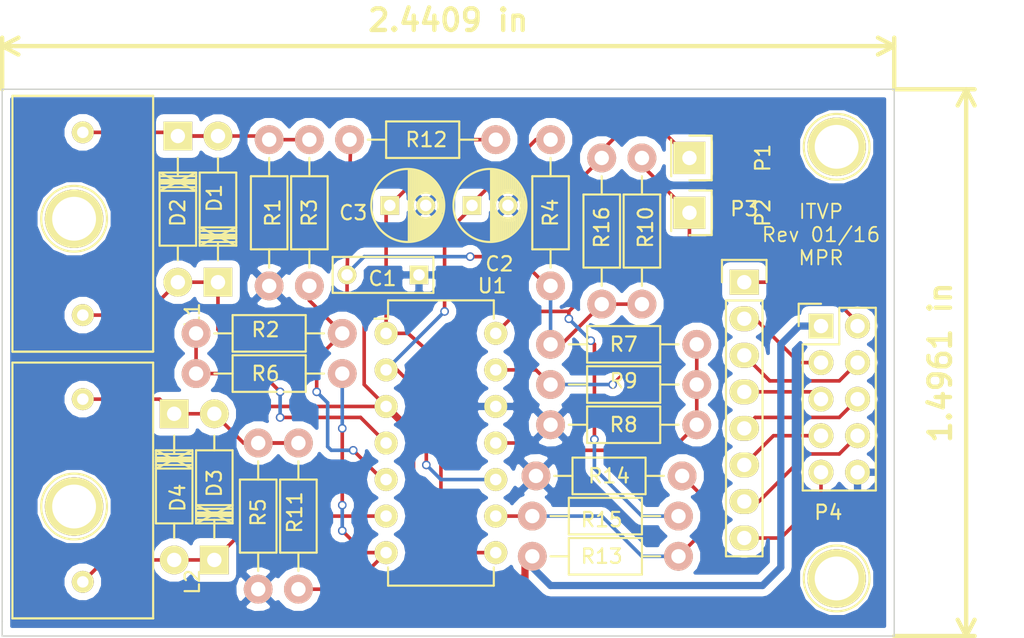
<source format=kicad_pcb>
(kicad_pcb (version 4) (host pcbnew 4.0.1-stable)

  (general
    (links 62)
    (no_connects 0)
    (area 127.949999 91.949999 190.050001 130.050001)
    (thickness 1.6)
    (drawings 8)
    (tracks 173)
    (zones 0)
    (modules 34)
    (nets 23)
  )

  (page A4)
  (layers
    (0 F.Cu signal)
    (31 B.Cu signal)
    (32 B.Adhes user)
    (33 F.Adhes user)
    (34 B.Paste user)
    (35 F.Paste user)
    (36 B.SilkS user)
    (37 F.SilkS user)
    (38 B.Mask user)
    (39 F.Mask user)
    (40 Dwgs.User user)
    (41 Cmts.User user)
    (42 Eco1.User user)
    (43 Eco2.User user)
    (44 Edge.Cuts user)
    (45 Margin user)
    (46 B.CrtYd user)
    (47 F.CrtYd user)
    (48 B.Fab user)
    (49 F.Fab user)
  )

  (setup
    (last_trace_width 0.25)
    (user_trace_width 0.25)
    (user_trace_width 0.5)
    (trace_clearance 0.2)
    (zone_clearance 0.508)
    (zone_45_only no)
    (trace_min 0.2)
    (segment_width 0.2)
    (edge_width 0.1)
    (via_size 0.6)
    (via_drill 0.4)
    (via_min_size 0.4)
    (via_min_drill 0.3)
    (uvia_size 0.3)
    (uvia_drill 0.1)
    (uvias_allowed no)
    (uvia_min_size 0.2)
    (uvia_min_drill 0.1)
    (pcb_text_width 0.3)
    (pcb_text_size 1.5 1.5)
    (mod_edge_width 0.15)
    (mod_text_size 1 1)
    (mod_text_width 0.15)
    (pad_size 1.5 1.5)
    (pad_drill 0.6)
    (pad_to_mask_clearance 0)
    (aux_axis_origin 128 130)
    (visible_elements FFFFFF7F)
    (pcbplotparams
      (layerselection 0x010f0_80000001)
      (usegerberextensions false)
      (excludeedgelayer false)
      (linewidth 0.100000)
      (plotframeref false)
      (viasonmask false)
      (mode 1)
      (useauxorigin true)
      (hpglpennumber 1)
      (hpglpenspeed 20)
      (hpglpendiameter 15)
      (hpglpenoverlay 2)
      (psnegative false)
      (psa4output false)
      (plotreference true)
      (plotvalue false)
      (plotinvisibletext false)
      (padsonsilk false)
      (subtractmaskfromsilk false)
      (outputformat 1)
      (mirror false)
      (drillshape 0)
      (scaleselection 1)
      (outputdirectory gerber/))
  )

  (net 0 "")
  (net 1 GND)
  (net 2 +5V)
  (net 3 "Net-(C2-Pad1)")
  (net 4 "Net-(C3-Pad1)")
  (net 5 "Net-(D1-Pad2)")
  (net 6 "Net-(D1-Pad1)")
  (net 7 "Net-(D3-Pad2)")
  (net 8 "Net-(D3-Pad1)")
  (net 9 "Net-(P1-Pad1)")
  (net 10 "Net-(P2-Pad1)")
  (net 11 /Out0)
  (net 12 /Out1)
  (net 13 /Out2)
  (net 14 /Out3)
  (net 15 /Out4)
  (net 16 /Out5)
  (net 17 /Out6)
  (net 18 /Out7)
  (net 19 "Net-(R2-Pad2)")
  (net 20 "Net-(R11-Pad1)")
  (net 21 "Net-(R7-Pad2)")
  (net 22 "Net-(R13-Pad2)")

  (net_class Default "This is the default net class."
    (clearance 0.2)
    (trace_width 0.25)
    (via_dia 0.6)
    (via_drill 0.4)
    (uvia_dia 0.3)
    (uvia_drill 0.1)
    (add_net +5V)
    (add_net /Out0)
    (add_net /Out1)
    (add_net /Out2)
    (add_net /Out3)
    (add_net /Out4)
    (add_net /Out5)
    (add_net /Out6)
    (add_net /Out7)
    (add_net GND)
    (add_net "Net-(C2-Pad1)")
    (add_net "Net-(C3-Pad1)")
    (add_net "Net-(D1-Pad1)")
    (add_net "Net-(D1-Pad2)")
    (add_net "Net-(D3-Pad1)")
    (add_net "Net-(D3-Pad2)")
    (add_net "Net-(P1-Pad1)")
    (add_net "Net-(P2-Pad1)")
    (add_net "Net-(R11-Pad1)")
    (add_net "Net-(R13-Pad2)")
    (add_net "Net-(R2-Pad2)")
    (add_net "Net-(R7-Pad2)")
  )

  (module Diodes_ThroughHole:Diode_DO-41_SOD81_Horizontal_RM10 (layer F.Cu) (tedit 56ADF9CB) (tstamp 569287BE)
    (at 143.002 105.41 90)
    (descr "Diode, DO-41, SOD81, Horizontal, RM 10mm,")
    (tags "Diode, DO-41, SOD81, Horizontal, RM 10mm, 1N4007, SB140,")
    (path /567D6721)
    (fp_text reference D1 (at 5.842 -0.254 90) (layer F.SilkS)
      (effects (font (size 1 1) (thickness 0.15)))
    )
    (fp_text value 1N4001 (at 4.37134 -3.55854 90) (layer F.Fab)
      (effects (font (size 1 1) (thickness 0.15)))
    )
    (fp_line (start 7.62 -0.00254) (end 8.636 -0.00254) (layer F.SilkS) (width 0.15))
    (fp_line (start 2.794 -0.00254) (end 1.524 -0.00254) (layer F.SilkS) (width 0.15))
    (fp_line (start 3.048 -1.27254) (end 3.048 1.26746) (layer F.SilkS) (width 0.15))
    (fp_line (start 3.302 -1.27254) (end 3.302 1.26746) (layer F.SilkS) (width 0.15))
    (fp_line (start 3.556 -1.27254) (end 3.556 1.26746) (layer F.SilkS) (width 0.15))
    (fp_line (start 2.794 -1.27254) (end 2.794 1.26746) (layer F.SilkS) (width 0.15))
    (fp_line (start 3.81 -1.27254) (end 2.54 1.26746) (layer F.SilkS) (width 0.15))
    (fp_line (start 2.54 -1.27254) (end 3.81 1.26746) (layer F.SilkS) (width 0.15))
    (fp_line (start 3.81 -1.27254) (end 3.81 1.26746) (layer F.SilkS) (width 0.15))
    (fp_line (start 3.175 -1.27254) (end 3.175 1.26746) (layer F.SilkS) (width 0.15))
    (fp_line (start 2.54 1.26746) (end 2.54 -1.27254) (layer F.SilkS) (width 0.15))
    (fp_line (start 2.54 -1.27254) (end 7.62 -1.27254) (layer F.SilkS) (width 0.15))
    (fp_line (start 7.62 -1.27254) (end 7.62 1.26746) (layer F.SilkS) (width 0.15))
    (fp_line (start 7.62 1.26746) (end 2.54 1.26746) (layer F.SilkS) (width 0.15))
    (pad 2 thru_hole circle (at 10.16 -0.00254 270) (size 1.99898 1.99898) (drill 1) (layers *.Cu *.Mask F.SilkS)
      (net 5 "Net-(D1-Pad2)"))
    (pad 1 thru_hole rect (at 0 -0.00254 270) (size 1.99898 1.99898) (drill 1) (layers *.Cu *.Mask F.SilkS)
      (net 6 "Net-(D1-Pad1)"))
  )

  (module Diodes_ThroughHole:Diode_DO-41_SOD81_Horizontal_RM10 (layer F.Cu) (tedit 56ADF9C3) (tstamp 569287C4)
    (at 140.208 95.25 270)
    (descr "Diode, DO-41, SOD81, Horizontal, RM 10mm,")
    (tags "Diode, DO-41, SOD81, Horizontal, RM 10mm, 1N4007, SB140,")
    (path /567D668E)
    (fp_text reference D2 (at 5.334 0 270) (layer F.SilkS)
      (effects (font (size 1 1) (thickness 0.15)))
    )
    (fp_text value 1N4001 (at 4.37134 -3.55854 270) (layer F.Fab)
      (effects (font (size 1 1) (thickness 0.15)))
    )
    (fp_line (start 7.62 -0.00254) (end 8.636 -0.00254) (layer F.SilkS) (width 0.15))
    (fp_line (start 2.794 -0.00254) (end 1.524 -0.00254) (layer F.SilkS) (width 0.15))
    (fp_line (start 3.048 -1.27254) (end 3.048 1.26746) (layer F.SilkS) (width 0.15))
    (fp_line (start 3.302 -1.27254) (end 3.302 1.26746) (layer F.SilkS) (width 0.15))
    (fp_line (start 3.556 -1.27254) (end 3.556 1.26746) (layer F.SilkS) (width 0.15))
    (fp_line (start 2.794 -1.27254) (end 2.794 1.26746) (layer F.SilkS) (width 0.15))
    (fp_line (start 3.81 -1.27254) (end 2.54 1.26746) (layer F.SilkS) (width 0.15))
    (fp_line (start 2.54 -1.27254) (end 3.81 1.26746) (layer F.SilkS) (width 0.15))
    (fp_line (start 3.81 -1.27254) (end 3.81 1.26746) (layer F.SilkS) (width 0.15))
    (fp_line (start 3.175 -1.27254) (end 3.175 1.26746) (layer F.SilkS) (width 0.15))
    (fp_line (start 2.54 1.26746) (end 2.54 -1.27254) (layer F.SilkS) (width 0.15))
    (fp_line (start 2.54 -1.27254) (end 7.62 -1.27254) (layer F.SilkS) (width 0.15))
    (fp_line (start 7.62 -1.27254) (end 7.62 1.26746) (layer F.SilkS) (width 0.15))
    (fp_line (start 7.62 1.26746) (end 2.54 1.26746) (layer F.SilkS) (width 0.15))
    (pad 2 thru_hole circle (at 10.16 -0.00254 90) (size 1.99898 1.99898) (drill 1) (layers *.Cu *.Mask F.SilkS)
      (net 6 "Net-(D1-Pad1)"))
    (pad 1 thru_hole rect (at 0 -0.00254 90) (size 1.99898 1.99898) (drill 1) (layers *.Cu *.Mask F.SilkS)
      (net 5 "Net-(D1-Pad2)"))
  )

  (module Diodes_ThroughHole:Diode_DO-41_SOD81_Horizontal_RM10 (layer F.Cu) (tedit 56ADF9A6) (tstamp 569287CA)
    (at 142.748 124.714 90)
    (descr "Diode, DO-41, SOD81, Horizontal, RM 10mm,")
    (tags "Diode, DO-41, SOD81, Horizontal, RM 10mm, 1N4007, SB140,")
    (path /569298CD)
    (fp_text reference D3 (at 5.334 0 270) (layer F.SilkS)
      (effects (font (size 1 1) (thickness 0.15)))
    )
    (fp_text value 1N4001 (at 4.37134 -3.55854 90) (layer F.Fab)
      (effects (font (size 1 1) (thickness 0.15)))
    )
    (fp_line (start 7.62 -0.00254) (end 8.636 -0.00254) (layer F.SilkS) (width 0.15))
    (fp_line (start 2.794 -0.00254) (end 1.524 -0.00254) (layer F.SilkS) (width 0.15))
    (fp_line (start 3.048 -1.27254) (end 3.048 1.26746) (layer F.SilkS) (width 0.15))
    (fp_line (start 3.302 -1.27254) (end 3.302 1.26746) (layer F.SilkS) (width 0.15))
    (fp_line (start 3.556 -1.27254) (end 3.556 1.26746) (layer F.SilkS) (width 0.15))
    (fp_line (start 2.794 -1.27254) (end 2.794 1.26746) (layer F.SilkS) (width 0.15))
    (fp_line (start 3.81 -1.27254) (end 2.54 1.26746) (layer F.SilkS) (width 0.15))
    (fp_line (start 2.54 -1.27254) (end 3.81 1.26746) (layer F.SilkS) (width 0.15))
    (fp_line (start 3.81 -1.27254) (end 3.81 1.26746) (layer F.SilkS) (width 0.15))
    (fp_line (start 3.175 -1.27254) (end 3.175 1.26746) (layer F.SilkS) (width 0.15))
    (fp_line (start 2.54 1.26746) (end 2.54 -1.27254) (layer F.SilkS) (width 0.15))
    (fp_line (start 2.54 -1.27254) (end 7.62 -1.27254) (layer F.SilkS) (width 0.15))
    (fp_line (start 7.62 -1.27254) (end 7.62 1.26746) (layer F.SilkS) (width 0.15))
    (fp_line (start 7.62 1.26746) (end 2.54 1.26746) (layer F.SilkS) (width 0.15))
    (pad 2 thru_hole circle (at 10.16 -0.00254 270) (size 1.99898 1.99898) (drill 1) (layers *.Cu *.Mask F.SilkS)
      (net 7 "Net-(D3-Pad2)"))
    (pad 1 thru_hole rect (at 0 -0.00254 270) (size 1.99898 1.99898) (drill 1) (layers *.Cu *.Mask F.SilkS)
      (net 8 "Net-(D3-Pad1)"))
  )

  (module Diodes_ThroughHole:Diode_DO-41_SOD81_Horizontal_RM10 (layer F.Cu) (tedit 56ADF9A3) (tstamp 569287D0)
    (at 139.954 114.554 270)
    (descr "Diode, DO-41, SOD81, Horizontal, RM 10mm,")
    (tags "Diode, DO-41, SOD81, Horizontal, RM 10mm, 1N4007, SB140,")
    (path /5692992D)
    (fp_text reference D4 (at 5.842 -0.254 270) (layer F.SilkS)
      (effects (font (size 1 1) (thickness 0.15)))
    )
    (fp_text value 1N4001 (at 4.37134 -3.55854 270) (layer F.Fab)
      (effects (font (size 1 1) (thickness 0.15)))
    )
    (fp_line (start 7.62 -0.00254) (end 8.636 -0.00254) (layer F.SilkS) (width 0.15))
    (fp_line (start 2.794 -0.00254) (end 1.524 -0.00254) (layer F.SilkS) (width 0.15))
    (fp_line (start 3.048 -1.27254) (end 3.048 1.26746) (layer F.SilkS) (width 0.15))
    (fp_line (start 3.302 -1.27254) (end 3.302 1.26746) (layer F.SilkS) (width 0.15))
    (fp_line (start 3.556 -1.27254) (end 3.556 1.26746) (layer F.SilkS) (width 0.15))
    (fp_line (start 2.794 -1.27254) (end 2.794 1.26746) (layer F.SilkS) (width 0.15))
    (fp_line (start 3.81 -1.27254) (end 2.54 1.26746) (layer F.SilkS) (width 0.15))
    (fp_line (start 2.54 -1.27254) (end 3.81 1.26746) (layer F.SilkS) (width 0.15))
    (fp_line (start 3.81 -1.27254) (end 3.81 1.26746) (layer F.SilkS) (width 0.15))
    (fp_line (start 3.175 -1.27254) (end 3.175 1.26746) (layer F.SilkS) (width 0.15))
    (fp_line (start 2.54 1.26746) (end 2.54 -1.27254) (layer F.SilkS) (width 0.15))
    (fp_line (start 2.54 -1.27254) (end 7.62 -1.27254) (layer F.SilkS) (width 0.15))
    (fp_line (start 7.62 -1.27254) (end 7.62 1.26746) (layer F.SilkS) (width 0.15))
    (fp_line (start 7.62 1.26746) (end 2.54 1.26746) (layer F.SilkS) (width 0.15))
    (pad 2 thru_hole circle (at 10.16 -0.00254 90) (size 1.99898 1.99898) (drill 1) (layers *.Cu *.Mask F.SilkS)
      (net 8 "Net-(D3-Pad1)"))
    (pad 1 thru_hole rect (at 0 -0.00254 90) (size 1.99898 1.99898) (drill 1) (layers *.Cu *.Mask F.SilkS)
      (net 7 "Net-(D3-Pad2)"))
  )

  (module Connect:1pin (layer F.Cu) (tedit 56ADF95D) (tstamp 569C1FD3)
    (at 133 101)
    (descr "module 1 pin (ou trou mecanique de percage)")
    (tags DEV)
    (fp_text reference REF** (at 0 -3.048) (layer F.SilkS) hide
      (effects (font (size 1 1) (thickness 0.15)))
    )
    (fp_text value 1pin (at 0 2.794) (layer F.Fab)
      (effects (font (size 1 1) (thickness 0.15)))
    )
    (fp_circle (center 0 0) (end 0 -2.286) (layer F.SilkS) (width 0.15))
    (pad 1 thru_hole circle (at 0 0) (size 4.064 4.064) (drill 3.048) (layers *.Cu *.Mask F.SilkS))
  )

  (module Connect:1pin (layer F.Cu) (tedit 56ADF969) (tstamp 569C1FC8)
    (at 133 121)
    (descr "module 1 pin (ou trou mecanique de percage)")
    (tags DEV)
    (fp_text reference REF** (at 0 -3.048) (layer F.SilkS) hide
      (effects (font (size 1 1) (thickness 0.15)))
    )
    (fp_text value 1pin (at 0 2.794) (layer F.Fab)
      (effects (font (size 1 1) (thickness 0.15)))
    )
    (fp_circle (center 0 0) (end 0 -2.286) (layer F.SilkS) (width 0.15))
    (pad 1 thru_hole circle (at 0 0) (size 4.064 4.064) (drill 3.048) (layers *.Cu *.Mask F.SilkS))
  )

  (module Connect:1pin (layer F.Cu) (tedit 56ADF965) (tstamp 569C1FBC)
    (at 186 126)
    (descr "module 1 pin (ou trou mecanique de percage)")
    (tags DEV)
    (fp_text reference REF** (at 0 -3.048) (layer F.SilkS) hide
      (effects (font (size 1 1) (thickness 0.15)))
    )
    (fp_text value 1pin (at 0 2.794) (layer F.Fab)
      (effects (font (size 1 1) (thickness 0.15)))
    )
    (fp_circle (center 0 0) (end 0 -2.286) (layer F.SilkS) (width 0.15))
    (pad 1 thru_hole circle (at 0 0) (size 4.064 4.064) (drill 3.048) (layers *.Cu *.Mask F.SilkS))
  )

  (module Connect:1pin (layer F.Cu) (tedit 56ADF960) (tstamp 569C1FAF)
    (at 186 96)
    (descr "module 1 pin (ou trou mecanique de percage)")
    (tags DEV)
    (fp_text reference REF** (at 0 -3.048) (layer F.SilkS) hide
      (effects (font (size 1 1) (thickness 0.15)))
    )
    (fp_text value 1pin (at 0 2.794) (layer F.Fab)
      (effects (font (size 1 1) (thickness 0.15)))
    )
    (fp_circle (center 0 0) (end 0 -2.286) (layer F.SilkS) (width 0.15))
    (pad 1 thru_hole circle (at 0 0) (size 4.064 4.064) (drill 3.048) (layers *.Cu *.Mask F.SilkS))
  )

  (module Capacitors_ThroughHole:C_Rect_L7_W2.5_P5 (layer F.Cu) (tedit 56ADF9DE) (tstamp 569287AC)
    (at 156.972 104.902 180)
    (descr "Film Capacitor Length 7mm x Width 2.5mm, Pitch 5mm")
    (tags Capacitor)
    (path /567D6DC2)
    (fp_text reference C1 (at 2.54 -0.254 180) (layer F.SilkS)
      (effects (font (size 1 1) (thickness 0.15)))
    )
    (fp_text value 100nF (at 2.5 2.5 180) (layer F.Fab)
      (effects (font (size 1 1) (thickness 0.15)))
    )
    (fp_line (start -1.25 -1.5) (end 6.25 -1.5) (layer F.CrtYd) (width 0.05))
    (fp_line (start 6.25 -1.5) (end 6.25 1.5) (layer F.CrtYd) (width 0.05))
    (fp_line (start 6.25 1.5) (end -1.25 1.5) (layer F.CrtYd) (width 0.05))
    (fp_line (start -1.25 1.5) (end -1.25 -1.5) (layer F.CrtYd) (width 0.05))
    (fp_line (start -1 -1.25) (end 6 -1.25) (layer F.SilkS) (width 0.15))
    (fp_line (start 6 -1.25) (end 6 1.25) (layer F.SilkS) (width 0.15))
    (fp_line (start 6 1.25) (end -1 1.25) (layer F.SilkS) (width 0.15))
    (fp_line (start -1 1.25) (end -1 -1.25) (layer F.SilkS) (width 0.15))
    (pad 1 thru_hole rect (at 0 0 180) (size 1.3 1.3) (drill 0.8) (layers *.Cu *.Mask F.SilkS)
      (net 1 GND))
    (pad 2 thru_hole circle (at 5 0 180) (size 1.3 1.3) (drill 0.8) (layers *.Cu *.Mask F.SilkS)
      (net 2 +5V))
  )

  (module Housings_DIP:DIP-14_W7.62mm (layer F.Cu) (tedit 56ADF9EE) (tstamp 56928872)
    (at 154.686 108.966)
    (descr "14-lead dip package, row spacing 7.62 mm (300 mils)")
    (tags "dil dip 2.54 300")
    (path /567D62D8)
    (fp_text reference U1 (at 7.366 -3.302) (layer F.SilkS)
      (effects (font (size 1 1) (thickness 0.15)))
    )
    (fp_text value LM339 (at 0 -3.72) (layer F.Fab)
      (effects (font (size 1 1) (thickness 0.15)))
    )
    (fp_line (start -1.05 -2.45) (end -1.05 17.7) (layer F.CrtYd) (width 0.05))
    (fp_line (start 8.65 -2.45) (end 8.65 17.7) (layer F.CrtYd) (width 0.05))
    (fp_line (start -1.05 -2.45) (end 8.65 -2.45) (layer F.CrtYd) (width 0.05))
    (fp_line (start -1.05 17.7) (end 8.65 17.7) (layer F.CrtYd) (width 0.05))
    (fp_line (start 0.135 -2.295) (end 0.135 -1.025) (layer F.SilkS) (width 0.15))
    (fp_line (start 7.485 -2.295) (end 7.485 -1.025) (layer F.SilkS) (width 0.15))
    (fp_line (start 7.485 17.535) (end 7.485 16.265) (layer F.SilkS) (width 0.15))
    (fp_line (start 0.135 17.535) (end 0.135 16.265) (layer F.SilkS) (width 0.15))
    (fp_line (start 0.135 -2.295) (end 7.485 -2.295) (layer F.SilkS) (width 0.15))
    (fp_line (start 0.135 17.535) (end 7.485 17.535) (layer F.SilkS) (width 0.15))
    (fp_line (start 0.135 -1.025) (end -0.8 -1.025) (layer F.SilkS) (width 0.15))
    (pad 1 thru_hole oval (at 0 0) (size 1.6 1.6) (drill 0.8) (layers *.Cu *.Mask F.SilkS)
      (net 4 "Net-(C3-Pad1)"))
    (pad 2 thru_hole oval (at 0 2.54) (size 1.6 1.6) (drill 0.8) (layers *.Cu *.Mask F.SilkS)
      (net 3 "Net-(C2-Pad1)"))
    (pad 3 thru_hole oval (at 0 5.08) (size 1.6 1.6) (drill 0.8) (layers *.Cu *.Mask F.SilkS)
      (net 2 +5V))
    (pad 4 thru_hole oval (at 0 7.62) (size 1.6 1.6) (drill 0.8) (layers *.Cu *.Mask F.SilkS)
      (net 6 "Net-(D1-Pad1)"))
    (pad 5 thru_hole oval (at 0 10.16) (size 1.6 1.6) (drill 0.8) (layers *.Cu *.Mask F.SilkS)
      (net 19 "Net-(R2-Pad2)"))
    (pad 6 thru_hole oval (at 0 12.7) (size 1.6 1.6) (drill 0.8) (layers *.Cu *.Mask F.SilkS)
      (net 8 "Net-(D3-Pad1)"))
    (pad 7 thru_hole oval (at 0 15.24) (size 1.6 1.6) (drill 0.8) (layers *.Cu *.Mask F.SilkS)
      (net 20 "Net-(R11-Pad1)"))
    (pad 8 thru_hole oval (at 7.62 15.24) (size 1.6 1.6) (drill 0.8) (layers *.Cu *.Mask F.SilkS)
      (net 4 "Net-(C3-Pad1)"))
    (pad 9 thru_hole oval (at 7.62 12.7) (size 1.6 1.6) (drill 0.8) (layers *.Cu *.Mask F.SilkS)
      (net 22 "Net-(R13-Pad2)"))
    (pad 10 thru_hole oval (at 7.62 10.16) (size 1.6 1.6) (drill 0.8) (layers *.Cu *.Mask F.SilkS)
      (net 3 "Net-(C2-Pad1)"))
    (pad 11 thru_hole oval (at 7.62 7.62) (size 1.6 1.6) (drill 0.8) (layers *.Cu *.Mask F.SilkS)
      (net 21 "Net-(R7-Pad2)"))
    (pad 12 thru_hole oval (at 7.62 5.08) (size 1.6 1.6) (drill 0.8) (layers *.Cu *.Mask F.SilkS)
      (net 1 GND))
    (pad 13 thru_hole oval (at 7.62 2.54) (size 1.6 1.6) (drill 0.8) (layers *.Cu *.Mask F.SilkS)
      (net 10 "Net-(P2-Pad1)"))
    (pad 14 thru_hole oval (at 7.62 0) (size 1.6 1.6) (drill 0.8) (layers *.Cu *.Mask F.SilkS)
      (net 9 "Net-(P1-Pad1)"))
    (model Housings_DIP.3dshapes/DIP-14_W7.62mm.wrl
      (at (xyz 0 0 0))
      (scale (xyz 1 1 1))
      (rotate (xyz 0 0 0))
    )
  )

  (module Resistors_ThroughHole:Resistor_Horizontal_RM10mm (layer F.Cu) (tedit 56ADF9F3) (tstamp 56928860)
    (at 169.672 101.854 90)
    (descr "Resistor, Axial,  RM 10mm, 1/3W,")
    (tags "Resistor, Axial, RM 10mm, 1/3W,")
    (path /5692AF83)
    (fp_text reference R16 (at 0.254 0 90) (layer F.SilkS)
      (effects (font (size 1 1) (thickness 0.15)))
    )
    (fp_text value 4.7k (at 3.81 3.81 90) (layer F.Fab)
      (effects (font (size 1 1) (thickness 0.15)))
    )
    (fp_line (start -2.54 -1.27) (end 2.54 -1.27) (layer F.SilkS) (width 0.15))
    (fp_line (start 2.54 -1.27) (end 2.54 1.27) (layer F.SilkS) (width 0.15))
    (fp_line (start 2.54 1.27) (end -2.54 1.27) (layer F.SilkS) (width 0.15))
    (fp_line (start -2.54 1.27) (end -2.54 -1.27) (layer F.SilkS) (width 0.15))
    (fp_line (start -2.54 0) (end -3.81 0) (layer F.SilkS) (width 0.15))
    (fp_line (start 2.54 0) (end 3.81 0) (layer F.SilkS) (width 0.15))
    (pad 1 thru_hole circle (at -5.08 0 90) (size 1.99898 1.99898) (drill 1) (layers *.Cu *.SilkS *.Mask)
      (net 2 +5V))
    (pad 2 thru_hole circle (at 5.08 0 90) (size 1.99898 1.99898) (drill 1) (layers *.Cu *.SilkS *.Mask)
      (net 9 "Net-(P1-Pad1)"))
    (model Resistors_ThroughHole.3dshapes/Resistor_Horizontal_RM10mm.wrl
      (at (xyz 0 0 0))
      (scale (xyz 0.4 0.4 0.4))
      (rotate (xyz 0 0 0))
    )
  )

  (module Resistors_ThroughHole:Resistor_Horizontal_RM10mm (layer F.Cu) (tedit 56ADF988) (tstamp 5692885A)
    (at 169.926 121.666 180)
    (descr "Resistor, Axial,  RM 10mm, 1/3W,")
    (tags "Resistor, Axial, RM 10mm, 1/3W,")
    (path /5692AE8B)
    (fp_text reference R15 (at 0.254 -0.254 180) (layer F.SilkS)
      (effects (font (size 1 1) (thickness 0.15)))
    )
    (fp_text value 10k (at 3.81 3.81 180) (layer F.Fab)
      (effects (font (size 1 1) (thickness 0.15)))
    )
    (fp_line (start -2.54 -1.27) (end 2.54 -1.27) (layer F.SilkS) (width 0.15))
    (fp_line (start 2.54 -1.27) (end 2.54 1.27) (layer F.SilkS) (width 0.15))
    (fp_line (start 2.54 1.27) (end -2.54 1.27) (layer F.SilkS) (width 0.15))
    (fp_line (start -2.54 1.27) (end -2.54 -1.27) (layer F.SilkS) (width 0.15))
    (fp_line (start -2.54 0) (end -3.81 0) (layer F.SilkS) (width 0.15))
    (fp_line (start 2.54 0) (end 3.81 0) (layer F.SilkS) (width 0.15))
    (pad 1 thru_hole circle (at -5.08 0 180) (size 1.99898 1.99898) (drill 1) (layers *.Cu *.SilkS *.Mask)
      (net 9 "Net-(P1-Pad1)"))
    (pad 2 thru_hole circle (at 5.08 0 180) (size 1.99898 1.99898) (drill 1) (layers *.Cu *.SilkS *.Mask)
      (net 22 "Net-(R13-Pad2)"))
    (model Resistors_ThroughHole.3dshapes/Resistor_Horizontal_RM10mm.wrl
      (at (xyz 0 0 0))
      (scale (xyz 0.4 0.4 0.4))
      (rotate (xyz 0 0 0))
    )
  )

  (module Resistors_ThroughHole:Resistor_Horizontal_RM10mm (layer F.Cu) (tedit 56ADF985) (tstamp 56928854)
    (at 170.18 118.872 180)
    (descr "Resistor, Axial,  RM 10mm, 1/3W,")
    (tags "Resistor, Axial, RM 10mm, 1/3W,")
    (path /5692AD2F)
    (fp_text reference R14 (at 0 0 180) (layer F.SilkS)
      (effects (font (size 1 1) (thickness 0.15)))
    )
    (fp_text value 4.7k (at 3.81 3.81 180) (layer F.Fab)
      (effects (font (size 1 1) (thickness 0.15)))
    )
    (fp_line (start -2.54 -1.27) (end 2.54 -1.27) (layer F.SilkS) (width 0.15))
    (fp_line (start 2.54 -1.27) (end 2.54 1.27) (layer F.SilkS) (width 0.15))
    (fp_line (start 2.54 1.27) (end -2.54 1.27) (layer F.SilkS) (width 0.15))
    (fp_line (start -2.54 1.27) (end -2.54 -1.27) (layer F.SilkS) (width 0.15))
    (fp_line (start -2.54 0) (end -3.81 0) (layer F.SilkS) (width 0.15))
    (fp_line (start 2.54 0) (end 3.81 0) (layer F.SilkS) (width 0.15))
    (pad 1 thru_hole circle (at -5.08 0 180) (size 1.99898 1.99898) (drill 1) (layers *.Cu *.SilkS *.Mask)
      (net 22 "Net-(R13-Pad2)"))
    (pad 2 thru_hole circle (at 5.08 0 180) (size 1.99898 1.99898) (drill 1) (layers *.Cu *.SilkS *.Mask)
      (net 1 GND))
    (model Resistors_ThroughHole.3dshapes/Resistor_Horizontal_RM10mm.wrl
      (at (xyz 0 0 0))
      (scale (xyz 0.4 0.4 0.4))
      (rotate (xyz 0 0 0))
    )
  )

  (module Resistors_ThroughHole:Resistor_Horizontal_RM10mm (layer F.Cu) (tedit 56ADF98A) (tstamp 5692884E)
    (at 169.926 124.46)
    (descr "Resistor, Axial,  RM 10mm, 1/3W,")
    (tags "Resistor, Axial, RM 10mm, 1/3W,")
    (path /5692AC59)
    (fp_text reference R13 (at -0.254 0) (layer F.SilkS)
      (effects (font (size 1 1) (thickness 0.15)))
    )
    (fp_text value 4.7k (at 3.81 3.81) (layer F.Fab)
      (effects (font (size 1 1) (thickness 0.15)))
    )
    (fp_line (start -2.54 -1.27) (end 2.54 -1.27) (layer F.SilkS) (width 0.15))
    (fp_line (start 2.54 -1.27) (end 2.54 1.27) (layer F.SilkS) (width 0.15))
    (fp_line (start 2.54 1.27) (end -2.54 1.27) (layer F.SilkS) (width 0.15))
    (fp_line (start -2.54 1.27) (end -2.54 -1.27) (layer F.SilkS) (width 0.15))
    (fp_line (start -2.54 0) (end -3.81 0) (layer F.SilkS) (width 0.15))
    (fp_line (start 2.54 0) (end 3.81 0) (layer F.SilkS) (width 0.15))
    (pad 1 thru_hole circle (at -5.08 0) (size 1.99898 1.99898) (drill 1) (layers *.Cu *.SilkS *.Mask)
      (net 2 +5V))
    (pad 2 thru_hole circle (at 5.08 0) (size 1.99898 1.99898) (drill 1) (layers *.Cu *.SilkS *.Mask)
      (net 22 "Net-(R13-Pad2)"))
    (model Resistors_ThroughHole.3dshapes/Resistor_Horizontal_RM10mm.wrl
      (at (xyz 0 0 0))
      (scale (xyz 0.4 0.4 0.4))
      (rotate (xyz 0 0 0))
    )
  )

  (module Resistors_ThroughHole:Resistor_Horizontal_RM10mm (layer F.Cu) (tedit 56ADF9D7) (tstamp 56928848)
    (at 157.226 95.504)
    (descr "Resistor, Axial,  RM 10mm, 1/3W,")
    (tags "Resistor, Axial, RM 10mm, 1/3W,")
    (path /5692A9CE)
    (fp_text reference R12 (at 0.254 0) (layer F.SilkS)
      (effects (font (size 1 1) (thickness 0.15)))
    )
    (fp_text value 750k (at 3.81 3.81) (layer F.Fab)
      (effects (font (size 1 1) (thickness 0.15)))
    )
    (fp_line (start -2.54 -1.27) (end 2.54 -1.27) (layer F.SilkS) (width 0.15))
    (fp_line (start 2.54 -1.27) (end 2.54 1.27) (layer F.SilkS) (width 0.15))
    (fp_line (start 2.54 1.27) (end -2.54 1.27) (layer F.SilkS) (width 0.15))
    (fp_line (start -2.54 1.27) (end -2.54 -1.27) (layer F.SilkS) (width 0.15))
    (fp_line (start -2.54 0) (end -3.81 0) (layer F.SilkS) (width 0.15))
    (fp_line (start 2.54 0) (end 3.81 0) (layer F.SilkS) (width 0.15))
    (pad 1 thru_hole circle (at -5.08 0) (size 1.99898 1.99898) (drill 1) (layers *.Cu *.SilkS *.Mask)
      (net 2 +5V))
    (pad 2 thru_hole circle (at 5.08 0) (size 1.99898 1.99898) (drill 1) (layers *.Cu *.SilkS *.Mask)
      (net 4 "Net-(C3-Pad1)"))
    (model Resistors_ThroughHole.3dshapes/Resistor_Horizontal_RM10mm.wrl
      (at (xyz 0 0 0))
      (scale (xyz 0.4 0.4 0.4))
      (rotate (xyz 0 0 0))
    )
  )

  (module Resistors_ThroughHole:Resistor_Horizontal_RM10mm (layer F.Cu) (tedit 56ADF9B4) (tstamp 56928842)
    (at 148.59 121.666 90)
    (descr "Resistor, Axial,  RM 10mm, 1/3W,")
    (tags "Resistor, Axial, RM 10mm, 1/3W,")
    (path /56929D77)
    (fp_text reference R11 (at 0.254 -0.254 90) (layer F.SilkS)
      (effects (font (size 1 1) (thickness 0.15)))
    )
    (fp_text value 750 (at 3.81 3.81 90) (layer F.Fab)
      (effects (font (size 1 1) (thickness 0.15)))
    )
    (fp_line (start -2.54 -1.27) (end 2.54 -1.27) (layer F.SilkS) (width 0.15))
    (fp_line (start 2.54 -1.27) (end 2.54 1.27) (layer F.SilkS) (width 0.15))
    (fp_line (start 2.54 1.27) (end -2.54 1.27) (layer F.SilkS) (width 0.15))
    (fp_line (start -2.54 1.27) (end -2.54 -1.27) (layer F.SilkS) (width 0.15))
    (fp_line (start -2.54 0) (end -3.81 0) (layer F.SilkS) (width 0.15))
    (fp_line (start 2.54 0) (end 3.81 0) (layer F.SilkS) (width 0.15))
    (pad 1 thru_hole circle (at -5.08 0 90) (size 1.99898 1.99898) (drill 1) (layers *.Cu *.SilkS *.Mask)
      (net 20 "Net-(R11-Pad1)"))
    (pad 2 thru_hole circle (at 5.08 0 90) (size 1.99898 1.99898) (drill 1) (layers *.Cu *.SilkS *.Mask)
      (net 7 "Net-(D3-Pad2)"))
    (model Resistors_ThroughHole.3dshapes/Resistor_Horizontal_RM10mm.wrl
      (at (xyz 0 0 0))
      (scale (xyz 0.4 0.4 0.4))
      (rotate (xyz 0 0 0))
    )
  )

  (module Resistors_ThroughHole:Resistor_Horizontal_RM10mm (layer F.Cu) (tedit 56ADF9F6) (tstamp 5692883C)
    (at 172.466 101.854 90)
    (descr "Resistor, Axial,  RM 10mm, 1/3W,")
    (tags "Resistor, Axial, RM 10mm, 1/3W,")
    (path /567D77CA)
    (fp_text reference R10 (at 0.254 0.254 90) (layer F.SilkS)
      (effects (font (size 1 1) (thickness 0.15)))
    )
    (fp_text value 4.7k (at 3.81 3.81 90) (layer F.Fab)
      (effects (font (size 1 1) (thickness 0.15)))
    )
    (fp_line (start -2.54 -1.27) (end 2.54 -1.27) (layer F.SilkS) (width 0.15))
    (fp_line (start 2.54 -1.27) (end 2.54 1.27) (layer F.SilkS) (width 0.15))
    (fp_line (start 2.54 1.27) (end -2.54 1.27) (layer F.SilkS) (width 0.15))
    (fp_line (start -2.54 1.27) (end -2.54 -1.27) (layer F.SilkS) (width 0.15))
    (fp_line (start -2.54 0) (end -3.81 0) (layer F.SilkS) (width 0.15))
    (fp_line (start 2.54 0) (end 3.81 0) (layer F.SilkS) (width 0.15))
    (pad 1 thru_hole circle (at -5.08 0 90) (size 1.99898 1.99898) (drill 1) (layers *.Cu *.SilkS *.Mask)
      (net 2 +5V))
    (pad 2 thru_hole circle (at 5.08 0 90) (size 1.99898 1.99898) (drill 1) (layers *.Cu *.SilkS *.Mask)
      (net 10 "Net-(P2-Pad1)"))
    (model Resistors_ThroughHole.3dshapes/Resistor_Horizontal_RM10mm.wrl
      (at (xyz 0 0 0))
      (scale (xyz 0.4 0.4 0.4))
      (rotate (xyz 0 0 0))
    )
  )

  (module Resistors_ThroughHole:Resistor_Horizontal_RM10mm (layer F.Cu) (tedit 56ADF9F9) (tstamp 56928836)
    (at 171.196 112.522)
    (descr "Resistor, Axial,  RM 10mm, 1/3W,")
    (tags "Resistor, Axial, RM 10mm, 1/3W,")
    (path /567D7504)
    (fp_text reference R9 (at 0 -0.254) (layer F.SilkS)
      (effects (font (size 1 1) (thickness 0.15)))
    )
    (fp_text value 10k (at 3.81 3.81) (layer F.Fab)
      (effects (font (size 1 1) (thickness 0.15)))
    )
    (fp_line (start -2.54 -1.27) (end 2.54 -1.27) (layer F.SilkS) (width 0.15))
    (fp_line (start 2.54 -1.27) (end 2.54 1.27) (layer F.SilkS) (width 0.15))
    (fp_line (start 2.54 1.27) (end -2.54 1.27) (layer F.SilkS) (width 0.15))
    (fp_line (start -2.54 1.27) (end -2.54 -1.27) (layer F.SilkS) (width 0.15))
    (fp_line (start -2.54 0) (end -3.81 0) (layer F.SilkS) (width 0.15))
    (fp_line (start 2.54 0) (end 3.81 0) (layer F.SilkS) (width 0.15))
    (pad 1 thru_hole circle (at -5.08 0) (size 1.99898 1.99898) (drill 1) (layers *.Cu *.SilkS *.Mask)
      (net 10 "Net-(P2-Pad1)"))
    (pad 2 thru_hole circle (at 5.08 0) (size 1.99898 1.99898) (drill 1) (layers *.Cu *.SilkS *.Mask)
      (net 21 "Net-(R7-Pad2)"))
    (model Resistors_ThroughHole.3dshapes/Resistor_Horizontal_RM10mm.wrl
      (at (xyz 0 0 0))
      (scale (xyz 0.4 0.4 0.4))
      (rotate (xyz 0 0 0))
    )
  )

  (module Resistors_ThroughHole:Resistor_Horizontal_RM10mm (layer F.Cu) (tedit 56ADF9FE) (tstamp 56928830)
    (at 171.196 115.316 180)
    (descr "Resistor, Axial,  RM 10mm, 1/3W,")
    (tags "Resistor, Axial, RM 10mm, 1/3W,")
    (path /567D748E)
    (fp_text reference R8 (at 0 0 180) (layer F.SilkS)
      (effects (font (size 1 1) (thickness 0.15)))
    )
    (fp_text value 4.7k (at 3.81 3.81 180) (layer F.Fab)
      (effects (font (size 1 1) (thickness 0.15)))
    )
    (fp_line (start -2.54 -1.27) (end 2.54 -1.27) (layer F.SilkS) (width 0.15))
    (fp_line (start 2.54 -1.27) (end 2.54 1.27) (layer F.SilkS) (width 0.15))
    (fp_line (start 2.54 1.27) (end -2.54 1.27) (layer F.SilkS) (width 0.15))
    (fp_line (start -2.54 1.27) (end -2.54 -1.27) (layer F.SilkS) (width 0.15))
    (fp_line (start -2.54 0) (end -3.81 0) (layer F.SilkS) (width 0.15))
    (fp_line (start 2.54 0) (end 3.81 0) (layer F.SilkS) (width 0.15))
    (pad 1 thru_hole circle (at -5.08 0 180) (size 1.99898 1.99898) (drill 1) (layers *.Cu *.SilkS *.Mask)
      (net 21 "Net-(R7-Pad2)"))
    (pad 2 thru_hole circle (at 5.08 0 180) (size 1.99898 1.99898) (drill 1) (layers *.Cu *.SilkS *.Mask)
      (net 1 GND))
    (model Resistors_ThroughHole.3dshapes/Resistor_Horizontal_RM10mm.wrl
      (at (xyz 0 0 0))
      (scale (xyz 0.4 0.4 0.4))
      (rotate (xyz 0 0 0))
    )
  )

  (module Resistors_ThroughHole:Resistor_Horizontal_RM10mm (layer F.Cu) (tedit 56ADF9FC) (tstamp 5692882A)
    (at 171.196 109.728)
    (descr "Resistor, Axial,  RM 10mm, 1/3W,")
    (tags "Resistor, Axial, RM 10mm, 1/3W,")
    (path /567D7439)
    (fp_text reference R7 (at 0 0) (layer F.SilkS)
      (effects (font (size 1 1) (thickness 0.15)))
    )
    (fp_text value 4.7k (at 3.81 3.81) (layer F.Fab)
      (effects (font (size 1 1) (thickness 0.15)))
    )
    (fp_line (start -2.54 -1.27) (end 2.54 -1.27) (layer F.SilkS) (width 0.15))
    (fp_line (start 2.54 -1.27) (end 2.54 1.27) (layer F.SilkS) (width 0.15))
    (fp_line (start 2.54 1.27) (end -2.54 1.27) (layer F.SilkS) (width 0.15))
    (fp_line (start -2.54 1.27) (end -2.54 -1.27) (layer F.SilkS) (width 0.15))
    (fp_line (start -2.54 0) (end -3.81 0) (layer F.SilkS) (width 0.15))
    (fp_line (start 2.54 0) (end 3.81 0) (layer F.SilkS) (width 0.15))
    (pad 1 thru_hole circle (at -5.08 0) (size 1.99898 1.99898) (drill 1) (layers *.Cu *.SilkS *.Mask)
      (net 2 +5V))
    (pad 2 thru_hole circle (at 5.08 0) (size 1.99898 1.99898) (drill 1) (layers *.Cu *.SilkS *.Mask)
      (net 21 "Net-(R7-Pad2)"))
    (model Resistors_ThroughHole.3dshapes/Resistor_Horizontal_RM10mm.wrl
      (at (xyz 0 0 0))
      (scale (xyz 0.4 0.4 0.4))
      (rotate (xyz 0 0 0))
    )
  )

  (module Resistors_ThroughHole:Resistor_Horizontal_RM10mm (layer F.Cu) (tedit 56ADF9B7) (tstamp 56928824)
    (at 146.558 111.76)
    (descr "Resistor, Axial,  RM 10mm, 1/3W,")
    (tags "Resistor, Axial, RM 10mm, 1/3W,")
    (path /56929FE3)
    (fp_text reference R6 (at -0.254 0) (layer F.SilkS)
      (effects (font (size 1 1) (thickness 0.15)))
    )
    (fp_text value 5.1k (at 3.81 3.81) (layer F.Fab)
      (effects (font (size 1 1) (thickness 0.15)))
    )
    (fp_line (start -2.54 -1.27) (end 2.54 -1.27) (layer F.SilkS) (width 0.15))
    (fp_line (start 2.54 -1.27) (end 2.54 1.27) (layer F.SilkS) (width 0.15))
    (fp_line (start 2.54 1.27) (end -2.54 1.27) (layer F.SilkS) (width 0.15))
    (fp_line (start -2.54 1.27) (end -2.54 -1.27) (layer F.SilkS) (width 0.15))
    (fp_line (start -2.54 0) (end -3.81 0) (layer F.SilkS) (width 0.15))
    (fp_line (start 2.54 0) (end 3.81 0) (layer F.SilkS) (width 0.15))
    (pad 1 thru_hole circle (at -5.08 0) (size 1.99898 1.99898) (drill 1) (layers *.Cu *.SilkS *.Mask)
      (net 2 +5V))
    (pad 2 thru_hole circle (at 5.08 0) (size 1.99898 1.99898) (drill 1) (layers *.Cu *.SilkS *.Mask)
      (net 20 "Net-(R11-Pad1)"))
    (model Resistors_ThroughHole.3dshapes/Resistor_Horizontal_RM10mm.wrl
      (at (xyz 0 0 0))
      (scale (xyz 0.4 0.4 0.4))
      (rotate (xyz 0 0 0))
    )
  )

  (module Resistors_ThroughHole:Resistor_Horizontal_RM10mm (layer F.Cu) (tedit 56ADF9B1) (tstamp 5692881E)
    (at 145.796 121.666 270)
    (descr "Resistor, Axial,  RM 10mm, 1/3W,")
    (tags "Resistor, Axial, RM 10mm, 1/3W,")
    (path /56929D14)
    (fp_text reference R5 (at -0.254 0 270) (layer F.SilkS)
      (effects (font (size 1 1) (thickness 0.15)))
    )
    (fp_text value 4.3k (at 3.81 3.81 270) (layer F.Fab)
      (effects (font (size 1 1) (thickness 0.15)))
    )
    (fp_line (start -2.54 -1.27) (end 2.54 -1.27) (layer F.SilkS) (width 0.15))
    (fp_line (start 2.54 -1.27) (end 2.54 1.27) (layer F.SilkS) (width 0.15))
    (fp_line (start 2.54 1.27) (end -2.54 1.27) (layer F.SilkS) (width 0.15))
    (fp_line (start -2.54 1.27) (end -2.54 -1.27) (layer F.SilkS) (width 0.15))
    (fp_line (start -2.54 0) (end -3.81 0) (layer F.SilkS) (width 0.15))
    (fp_line (start 2.54 0) (end 3.81 0) (layer F.SilkS) (width 0.15))
    (pad 1 thru_hole circle (at -5.08 0 270) (size 1.99898 1.99898) (drill 1) (layers *.Cu *.SilkS *.Mask)
      (net 7 "Net-(D3-Pad2)"))
    (pad 2 thru_hole circle (at 5.08 0 270) (size 1.99898 1.99898) (drill 1) (layers *.Cu *.SilkS *.Mask)
      (net 1 GND))
    (model Resistors_ThroughHole.3dshapes/Resistor_Horizontal_RM10mm.wrl
      (at (xyz 0 0 0))
      (scale (xyz 0.4 0.4 0.4))
      (rotate (xyz 0 0 0))
    )
  )

  (module Resistors_ThroughHole:Resistor_Horizontal_RM10mm (layer F.Cu) (tedit 56ADFA03) (tstamp 56928818)
    (at 166.116 100.584 90)
    (descr "Resistor, Axial,  RM 10mm, 1/3W,")
    (tags "Resistor, Axial, RM 10mm, 1/3W,")
    (path /567D70AA)
    (fp_text reference R4 (at 0 0 90) (layer F.SilkS)
      (effects (font (size 1 1) (thickness 0.15)))
    )
    (fp_text value 750k (at 3.81 3.81 90) (layer F.Fab)
      (effects (font (size 1 1) (thickness 0.15)))
    )
    (fp_line (start -2.54 -1.27) (end 2.54 -1.27) (layer F.SilkS) (width 0.15))
    (fp_line (start 2.54 -1.27) (end 2.54 1.27) (layer F.SilkS) (width 0.15))
    (fp_line (start 2.54 1.27) (end -2.54 1.27) (layer F.SilkS) (width 0.15))
    (fp_line (start -2.54 1.27) (end -2.54 -1.27) (layer F.SilkS) (width 0.15))
    (fp_line (start -2.54 0) (end -3.81 0) (layer F.SilkS) (width 0.15))
    (fp_line (start 2.54 0) (end 3.81 0) (layer F.SilkS) (width 0.15))
    (pad 1 thru_hole circle (at -5.08 0 90) (size 1.99898 1.99898) (drill 1) (layers *.Cu *.SilkS *.Mask)
      (net 2 +5V))
    (pad 2 thru_hole circle (at 5.08 0 90) (size 1.99898 1.99898) (drill 1) (layers *.Cu *.SilkS *.Mask)
      (net 3 "Net-(C2-Pad1)"))
    (model Resistors_ThroughHole.3dshapes/Resistor_Horizontal_RM10mm.wrl
      (at (xyz 0 0 0))
      (scale (xyz 0.4 0.4 0.4))
      (rotate (xyz 0 0 0))
    )
  )

  (module Resistors_ThroughHole:Resistor_Horizontal_RM10mm (layer F.Cu) (tedit 56ADF9CE) (tstamp 56928812)
    (at 149.352 100.584 90)
    (descr "Resistor, Axial,  RM 10mm, 1/3W,")
    (tags "Resistor, Axial, RM 10mm, 1/3W,")
    (path /567D65F0)
    (fp_text reference R3 (at 0 0 90) (layer F.SilkS)
      (effects (font (size 1 1) (thickness 0.15)))
    )
    (fp_text value 750 (at 3.81 3.81 90) (layer F.Fab)
      (effects (font (size 1 1) (thickness 0.15)))
    )
    (fp_line (start -2.54 -1.27) (end 2.54 -1.27) (layer F.SilkS) (width 0.15))
    (fp_line (start 2.54 -1.27) (end 2.54 1.27) (layer F.SilkS) (width 0.15))
    (fp_line (start 2.54 1.27) (end -2.54 1.27) (layer F.SilkS) (width 0.15))
    (fp_line (start -2.54 1.27) (end -2.54 -1.27) (layer F.SilkS) (width 0.15))
    (fp_line (start -2.54 0) (end -3.81 0) (layer F.SilkS) (width 0.15))
    (fp_line (start 2.54 0) (end 3.81 0) (layer F.SilkS) (width 0.15))
    (pad 1 thru_hole circle (at -5.08 0 90) (size 1.99898 1.99898) (drill 1) (layers *.Cu *.SilkS *.Mask)
      (net 19 "Net-(R2-Pad2)"))
    (pad 2 thru_hole circle (at 5.08 0 90) (size 1.99898 1.99898) (drill 1) (layers *.Cu *.SilkS *.Mask)
      (net 5 "Net-(D1-Pad2)"))
    (model Resistors_ThroughHole.3dshapes/Resistor_Horizontal_RM10mm.wrl
      (at (xyz 0 0 0))
      (scale (xyz 0.4 0.4 0.4))
      (rotate (xyz 0 0 0))
    )
  )

  (module Resistors_ThroughHole:Resistor_Horizontal_RM10mm (layer F.Cu) (tedit 56ADF9E4) (tstamp 5692880C)
    (at 146.558 108.966)
    (descr "Resistor, Axial,  RM 10mm, 1/3W,")
    (tags "Resistor, Axial, RM 10mm, 1/3W,")
    (path /567D6531)
    (fp_text reference R2 (at -0.254 -0.254) (layer F.SilkS)
      (effects (font (size 1 1) (thickness 0.15)))
    )
    (fp_text value 5.1k (at 3.81 3.81) (layer F.Fab)
      (effects (font (size 1 1) (thickness 0.15)))
    )
    (fp_line (start -2.54 -1.27) (end 2.54 -1.27) (layer F.SilkS) (width 0.15))
    (fp_line (start 2.54 -1.27) (end 2.54 1.27) (layer F.SilkS) (width 0.15))
    (fp_line (start 2.54 1.27) (end -2.54 1.27) (layer F.SilkS) (width 0.15))
    (fp_line (start -2.54 1.27) (end -2.54 -1.27) (layer F.SilkS) (width 0.15))
    (fp_line (start -2.54 0) (end -3.81 0) (layer F.SilkS) (width 0.15))
    (fp_line (start 2.54 0) (end 3.81 0) (layer F.SilkS) (width 0.15))
    (pad 1 thru_hole circle (at -5.08 0) (size 1.99898 1.99898) (drill 1) (layers *.Cu *.SilkS *.Mask)
      (net 2 +5V))
    (pad 2 thru_hole circle (at 5.08 0) (size 1.99898 1.99898) (drill 1) (layers *.Cu *.SilkS *.Mask)
      (net 19 "Net-(R2-Pad2)"))
    (model Resistors_ThroughHole.3dshapes/Resistor_Horizontal_RM10mm.wrl
      (at (xyz 0 0 0))
      (scale (xyz 0.4 0.4 0.4))
      (rotate (xyz 0 0 0))
    )
  )

  (module Resistors_ThroughHole:Resistor_Horizontal_RM10mm (layer F.Cu) (tedit 56ADF9C9) (tstamp 56928806)
    (at 146.558 100.584 270)
    (descr "Resistor, Axial,  RM 10mm, 1/3W,")
    (tags "Resistor, Axial, RM 10mm, 1/3W,")
    (path /567D6652)
    (fp_text reference R1 (at 0 -0.254 270) (layer F.SilkS)
      (effects (font (size 1 1) (thickness 0.15)))
    )
    (fp_text value 4.3k (at 3.81 3.81 270) (layer F.Fab)
      (effects (font (size 1 1) (thickness 0.15)))
    )
    (fp_line (start -2.54 -1.27) (end 2.54 -1.27) (layer F.SilkS) (width 0.15))
    (fp_line (start 2.54 -1.27) (end 2.54 1.27) (layer F.SilkS) (width 0.15))
    (fp_line (start 2.54 1.27) (end -2.54 1.27) (layer F.SilkS) (width 0.15))
    (fp_line (start -2.54 1.27) (end -2.54 -1.27) (layer F.SilkS) (width 0.15))
    (fp_line (start -2.54 0) (end -3.81 0) (layer F.SilkS) (width 0.15))
    (fp_line (start 2.54 0) (end 3.81 0) (layer F.SilkS) (width 0.15))
    (pad 1 thru_hole circle (at -5.08 0 270) (size 1.99898 1.99898) (drill 1) (layers *.Cu *.SilkS *.Mask)
      (net 5 "Net-(D1-Pad2)"))
    (pad 2 thru_hole circle (at 5.08 0 270) (size 1.99898 1.99898) (drill 1) (layers *.Cu *.SilkS *.Mask)
      (net 1 GND))
    (model Resistors_ThroughHole.3dshapes/Resistor_Horizontal_RM10mm.wrl
      (at (xyz 0 0 0))
      (scale (xyz 0.4 0.4 0.4))
      (rotate (xyz 0 0 0))
    )
  )

  (module Pin_Headers:Pin_Header_Straight_2x05 (layer F.Cu) (tedit 56ADF972) (tstamp 56928800)
    (at 184.912 108.458)
    (descr "Through hole pin header")
    (tags "pin header")
    (path /567D858A)
    (fp_text reference P4 (at 0.508 12.954) (layer F.SilkS)
      (effects (font (size 1 1) (thickness 0.15)))
    )
    (fp_text value BUS (at 0 -3.1) (layer F.Fab)
      (effects (font (size 1 1) (thickness 0.15)))
    )
    (fp_line (start -1.75 -1.75) (end -1.75 11.95) (layer F.CrtYd) (width 0.05))
    (fp_line (start 4.3 -1.75) (end 4.3 11.95) (layer F.CrtYd) (width 0.05))
    (fp_line (start -1.75 -1.75) (end 4.3 -1.75) (layer F.CrtYd) (width 0.05))
    (fp_line (start -1.75 11.95) (end 4.3 11.95) (layer F.CrtYd) (width 0.05))
    (fp_line (start 3.81 -1.27) (end 3.81 11.43) (layer F.SilkS) (width 0.15))
    (fp_line (start 3.81 11.43) (end -1.27 11.43) (layer F.SilkS) (width 0.15))
    (fp_line (start -1.27 11.43) (end -1.27 1.27) (layer F.SilkS) (width 0.15))
    (fp_line (start 3.81 -1.27) (end 1.27 -1.27) (layer F.SilkS) (width 0.15))
    (fp_line (start 0 -1.55) (end -1.55 -1.55) (layer F.SilkS) (width 0.15))
    (fp_line (start 1.27 -1.27) (end 1.27 1.27) (layer F.SilkS) (width 0.15))
    (fp_line (start 1.27 1.27) (end -1.27 1.27) (layer F.SilkS) (width 0.15))
    (fp_line (start -1.55 -1.55) (end -1.55 0) (layer F.SilkS) (width 0.15))
    (pad 1 thru_hole rect (at 0 0) (size 1.7272 1.7272) (drill 1) (layers *.Cu *.Mask F.SilkS)
      (net 2 +5V))
    (pad 2 thru_hole oval (at 2.54 0) (size 1.7272 1.7272) (drill 1) (layers *.Cu *.Mask F.SilkS)
      (net 11 /Out0))
    (pad 3 thru_hole oval (at 0 2.54) (size 1.7272 1.7272) (drill 1) (layers *.Cu *.Mask F.SilkS)
      (net 12 /Out1))
    (pad 4 thru_hole oval (at 2.54 2.54) (size 1.7272 1.7272) (drill 1) (layers *.Cu *.Mask F.SilkS)
      (net 13 /Out2))
    (pad 5 thru_hole oval (at 0 5.08) (size 1.7272 1.7272) (drill 1) (layers *.Cu *.Mask F.SilkS)
      (net 14 /Out3))
    (pad 6 thru_hole oval (at 2.54 5.08) (size 1.7272 1.7272) (drill 1) (layers *.Cu *.Mask F.SilkS)
      (net 15 /Out4))
    (pad 7 thru_hole oval (at 0 7.62) (size 1.7272 1.7272) (drill 1) (layers *.Cu *.Mask F.SilkS)
      (net 16 /Out5))
    (pad 8 thru_hole oval (at 2.54 7.62) (size 1.7272 1.7272) (drill 1) (layers *.Cu *.Mask F.SilkS)
      (net 17 /Out6))
    (pad 9 thru_hole oval (at 0 10.16) (size 1.7272 1.7272) (drill 1) (layers *.Cu *.Mask F.SilkS)
      (net 18 /Out7))
    (pad 10 thru_hole oval (at 2.54 10.16) (size 1.7272 1.7272) (drill 1) (layers *.Cu *.Mask F.SilkS)
      (net 1 GND))
    (model Pin_Headers.3dshapes/Pin_Header_Straight_2x05.wrl
      (at (xyz 0.05 -0.2 0))
      (scale (xyz 1 1 1))
      (rotate (xyz 0 0 90))
    )
  )

  (module Capacitors_ThroughHole:C_Radial_D5_L6_P2.5 (layer F.Cu) (tedit 56ADF9D2) (tstamp 569287B8)
    (at 154.94 100.076)
    (descr "Radial Electrolytic Capacitor Diameter 5mm x Length 6mm, Pitch 2.5mm")
    (tags "Electrolytic Capacitor")
    (path /5692AA40)
    (fp_text reference C3 (at -2.54 0.508) (layer F.SilkS)
      (effects (font (size 1 1) (thickness 0.15)))
    )
    (fp_text value 1uF (at 1.25 3.8) (layer F.Fab)
      (effects (font (size 1 1) (thickness 0.15)))
    )
    (fp_line (start 1.325 -2.499) (end 1.325 2.499) (layer F.SilkS) (width 0.15))
    (fp_line (start 1.465 -2.491) (end 1.465 2.491) (layer F.SilkS) (width 0.15))
    (fp_line (start 1.605 -2.475) (end 1.605 -0.095) (layer F.SilkS) (width 0.15))
    (fp_line (start 1.605 0.095) (end 1.605 2.475) (layer F.SilkS) (width 0.15))
    (fp_line (start 1.745 -2.451) (end 1.745 -0.49) (layer F.SilkS) (width 0.15))
    (fp_line (start 1.745 0.49) (end 1.745 2.451) (layer F.SilkS) (width 0.15))
    (fp_line (start 1.885 -2.418) (end 1.885 -0.657) (layer F.SilkS) (width 0.15))
    (fp_line (start 1.885 0.657) (end 1.885 2.418) (layer F.SilkS) (width 0.15))
    (fp_line (start 2.025 -2.377) (end 2.025 -0.764) (layer F.SilkS) (width 0.15))
    (fp_line (start 2.025 0.764) (end 2.025 2.377) (layer F.SilkS) (width 0.15))
    (fp_line (start 2.165 -2.327) (end 2.165 -0.835) (layer F.SilkS) (width 0.15))
    (fp_line (start 2.165 0.835) (end 2.165 2.327) (layer F.SilkS) (width 0.15))
    (fp_line (start 2.305 -2.266) (end 2.305 -0.879) (layer F.SilkS) (width 0.15))
    (fp_line (start 2.305 0.879) (end 2.305 2.266) (layer F.SilkS) (width 0.15))
    (fp_line (start 2.445 -2.196) (end 2.445 -0.898) (layer F.SilkS) (width 0.15))
    (fp_line (start 2.445 0.898) (end 2.445 2.196) (layer F.SilkS) (width 0.15))
    (fp_line (start 2.585 -2.114) (end 2.585 -0.896) (layer F.SilkS) (width 0.15))
    (fp_line (start 2.585 0.896) (end 2.585 2.114) (layer F.SilkS) (width 0.15))
    (fp_line (start 2.725 -2.019) (end 2.725 -0.871) (layer F.SilkS) (width 0.15))
    (fp_line (start 2.725 0.871) (end 2.725 2.019) (layer F.SilkS) (width 0.15))
    (fp_line (start 2.865 -1.908) (end 2.865 -0.823) (layer F.SilkS) (width 0.15))
    (fp_line (start 2.865 0.823) (end 2.865 1.908) (layer F.SilkS) (width 0.15))
    (fp_line (start 3.005 -1.78) (end 3.005 -0.745) (layer F.SilkS) (width 0.15))
    (fp_line (start 3.005 0.745) (end 3.005 1.78) (layer F.SilkS) (width 0.15))
    (fp_line (start 3.145 -1.631) (end 3.145 -0.628) (layer F.SilkS) (width 0.15))
    (fp_line (start 3.145 0.628) (end 3.145 1.631) (layer F.SilkS) (width 0.15))
    (fp_line (start 3.285 -1.452) (end 3.285 -0.44) (layer F.SilkS) (width 0.15))
    (fp_line (start 3.285 0.44) (end 3.285 1.452) (layer F.SilkS) (width 0.15))
    (fp_line (start 3.425 -1.233) (end 3.425 1.233) (layer F.SilkS) (width 0.15))
    (fp_line (start 3.565 -0.944) (end 3.565 0.944) (layer F.SilkS) (width 0.15))
    (fp_line (start 3.705 -0.472) (end 3.705 0.472) (layer F.SilkS) (width 0.15))
    (fp_circle (center 2.5 0) (end 2.5 -0.9) (layer F.SilkS) (width 0.15))
    (fp_circle (center 1.25 0) (end 1.25 -2.5375) (layer F.SilkS) (width 0.15))
    (fp_circle (center 1.25 0) (end 1.25 -2.8) (layer F.CrtYd) (width 0.05))
    (pad 1 thru_hole rect (at 0 0) (size 1.3 1.3) (drill 0.8) (layers *.Cu *.Mask F.SilkS)
      (net 4 "Net-(C3-Pad1)"))
    (pad 2 thru_hole circle (at 2.5 0) (size 1.3 1.3) (drill 0.8) (layers *.Cu *.Mask F.SilkS)
      (net 1 GND))
    (model Capacitors_ThroughHole.3dshapes/C_Radial_D5_L6_P2.5.wrl
      (at (xyz 0.0492126 0 0))
      (scale (xyz 1 1 1))
      (rotate (xyz 0 0 90))
    )
  )

  (module Capacitors_ThroughHole:C_Radial_D5_L6_P2.5 (layer F.Cu) (tedit 56ADF9D5) (tstamp 569287B2)
    (at 160.655 100.076)
    (descr "Radial Electrolytic Capacitor Diameter 5mm x Length 6mm, Pitch 2.5mm")
    (tags "Electrolytic Capacitor")
    (path /567DBFF0)
    (fp_text reference C2 (at 1.905 4.064) (layer F.SilkS)
      (effects (font (size 1 1) (thickness 0.15)))
    )
    (fp_text value 1uF (at 1.25 3.8) (layer F.Fab)
      (effects (font (size 1 1) (thickness 0.15)))
    )
    (fp_line (start 1.325 -2.499) (end 1.325 2.499) (layer F.SilkS) (width 0.15))
    (fp_line (start 1.465 -2.491) (end 1.465 2.491) (layer F.SilkS) (width 0.15))
    (fp_line (start 1.605 -2.475) (end 1.605 -0.095) (layer F.SilkS) (width 0.15))
    (fp_line (start 1.605 0.095) (end 1.605 2.475) (layer F.SilkS) (width 0.15))
    (fp_line (start 1.745 -2.451) (end 1.745 -0.49) (layer F.SilkS) (width 0.15))
    (fp_line (start 1.745 0.49) (end 1.745 2.451) (layer F.SilkS) (width 0.15))
    (fp_line (start 1.885 -2.418) (end 1.885 -0.657) (layer F.SilkS) (width 0.15))
    (fp_line (start 1.885 0.657) (end 1.885 2.418) (layer F.SilkS) (width 0.15))
    (fp_line (start 2.025 -2.377) (end 2.025 -0.764) (layer F.SilkS) (width 0.15))
    (fp_line (start 2.025 0.764) (end 2.025 2.377) (layer F.SilkS) (width 0.15))
    (fp_line (start 2.165 -2.327) (end 2.165 -0.835) (layer F.SilkS) (width 0.15))
    (fp_line (start 2.165 0.835) (end 2.165 2.327) (layer F.SilkS) (width 0.15))
    (fp_line (start 2.305 -2.266) (end 2.305 -0.879) (layer F.SilkS) (width 0.15))
    (fp_line (start 2.305 0.879) (end 2.305 2.266) (layer F.SilkS) (width 0.15))
    (fp_line (start 2.445 -2.196) (end 2.445 -0.898) (layer F.SilkS) (width 0.15))
    (fp_line (start 2.445 0.898) (end 2.445 2.196) (layer F.SilkS) (width 0.15))
    (fp_line (start 2.585 -2.114) (end 2.585 -0.896) (layer F.SilkS) (width 0.15))
    (fp_line (start 2.585 0.896) (end 2.585 2.114) (layer F.SilkS) (width 0.15))
    (fp_line (start 2.725 -2.019) (end 2.725 -0.871) (layer F.SilkS) (width 0.15))
    (fp_line (start 2.725 0.871) (end 2.725 2.019) (layer F.SilkS) (width 0.15))
    (fp_line (start 2.865 -1.908) (end 2.865 -0.823) (layer F.SilkS) (width 0.15))
    (fp_line (start 2.865 0.823) (end 2.865 1.908) (layer F.SilkS) (width 0.15))
    (fp_line (start 3.005 -1.78) (end 3.005 -0.745) (layer F.SilkS) (width 0.15))
    (fp_line (start 3.005 0.745) (end 3.005 1.78) (layer F.SilkS) (width 0.15))
    (fp_line (start 3.145 -1.631) (end 3.145 -0.628) (layer F.SilkS) (width 0.15))
    (fp_line (start 3.145 0.628) (end 3.145 1.631) (layer F.SilkS) (width 0.15))
    (fp_line (start 3.285 -1.452) (end 3.285 -0.44) (layer F.SilkS) (width 0.15))
    (fp_line (start 3.285 0.44) (end 3.285 1.452) (layer F.SilkS) (width 0.15))
    (fp_line (start 3.425 -1.233) (end 3.425 1.233) (layer F.SilkS) (width 0.15))
    (fp_line (start 3.565 -0.944) (end 3.565 0.944) (layer F.SilkS) (width 0.15))
    (fp_line (start 3.705 -0.472) (end 3.705 0.472) (layer F.SilkS) (width 0.15))
    (fp_circle (center 2.5 0) (end 2.5 -0.9) (layer F.SilkS) (width 0.15))
    (fp_circle (center 1.25 0) (end 1.25 -2.5375) (layer F.SilkS) (width 0.15))
    (fp_circle (center 1.25 0) (end 1.25 -2.8) (layer F.CrtYd) (width 0.05))
    (pad 1 thru_hole rect (at 0 0) (size 1.3 1.3) (drill 0.8) (layers *.Cu *.Mask F.SilkS)
      (net 3 "Net-(C2-Pad1)"))
    (pad 2 thru_hole circle (at 2.5 0) (size 1.3 1.3) (drill 0.8) (layers *.Cu *.Mask F.SilkS)
      (net 1 GND))
    (model Capacitors_ThroughHole.3dshapes/C_Radial_D5_L6_P2.5.wrl
      (at (xyz 0.0492126 0 0))
      (scale (xyz 1 1 1))
      (rotate (xyz 0 0 90))
    )
  )

  (module Air_Coils_SML_NEOSID:CST306-3A (layer F.Cu) (tedit 56ADFABE) (tstamp 569287D6)
    (at 133.604 107.696 90)
    (path /567D6978)
    (fp_text reference L1 (at 0 7.62 90) (layer F.SilkS)
      (effects (font (size 1 1) (thickness 0.15)))
    )
    (fp_text value INDUCTOR (at 7.62 -2.54 90) (layer F.Fab) hide
      (effects (font (size 1 1) (thickness 0.15)))
    )
    (fp_line (start 15.24 -4.8895) (end 15.24 4.8895) (layer F.SilkS) (width 0.15))
    (fp_line (start -2.54 4.8895) (end -2.54 -4.8895) (layer F.SilkS) (width 0.15))
    (fp_line (start 15.24 -4.8895) (end -2.54 -4.8895) (layer F.SilkS) (width 0.15))
    (fp_line (start -2.54 -4.8895) (end -2.54 4.8895) (layer F.SilkS) (width 0.15))
    (fp_line (start -2.54 4.8895) (end 15.24 4.8895) (layer F.SilkS) (width 0.15))
    (pad 1 thru_hole circle (at 0 0 90) (size 1.524 1.524) (drill 0.8) (layers *.Cu *.Mask F.SilkS)
      (net 6 "Net-(D1-Pad1)") (solder_mask_margin 0.254) (clearance 0.254))
    (pad 2 thru_hole circle (at 12.7 0 90) (size 1.524 1.524) (drill 0.8) (layers *.Cu *.Mask F.SilkS)
      (net 5 "Net-(D1-Pad2)") (solder_mask_margin 0.254) (clearance 0.254))
  )

  (module Air_Coils_SML_NEOSID:CST306-3A (layer F.Cu) (tedit 56ADFABE) (tstamp 569287DC)
    (at 133.604 126.238 90)
    (path /56929876)
    (fp_text reference L2 (at 0 7.62 90) (layer F.SilkS)
      (effects (font (size 1 1) (thickness 0.15)))
    )
    (fp_text value INDUCTOR (at 7.62 -2.54 90) (layer F.Fab) hide
      (effects (font (size 1 1) (thickness 0.15)))
    )
    (fp_line (start 15.24 -4.8895) (end 15.24 4.8895) (layer F.SilkS) (width 0.15))
    (fp_line (start -2.54 4.8895) (end -2.54 -4.8895) (layer F.SilkS) (width 0.15))
    (fp_line (start 15.24 -4.8895) (end -2.54 -4.8895) (layer F.SilkS) (width 0.15))
    (fp_line (start -2.54 -4.8895) (end -2.54 4.8895) (layer F.SilkS) (width 0.15))
    (fp_line (start -2.54 4.8895) (end 15.24 4.8895) (layer F.SilkS) (width 0.15))
    (pad 1 thru_hole circle (at 0 0 90) (size 1.524 1.524) (drill 0.8) (layers *.Cu *.Mask F.SilkS)
      (net 8 "Net-(D3-Pad1)") (solder_mask_margin 0.254) (clearance 0.254))
    (pad 2 thru_hole circle (at 12.7 0 90) (size 1.524 1.524) (drill 0.8) (layers *.Cu *.Mask F.SilkS)
      (net 7 "Net-(D3-Pad2)") (solder_mask_margin 0.254) (clearance 0.254))
  )

  (module Pin_Headers:Pin_Header_Straight_1x08 (layer F.Cu) (tedit 56ADFB33) (tstamp 569287F2)
    (at 179.578 105.41)
    (descr "Through hole pin header")
    (tags "pin header")
    (path /567D8796)
    (fp_text reference P3 (at 0 -5.1) (layer F.SilkS)
      (effects (font (size 1 1) (thickness 0.15)))
    )
    (fp_text value "Selector 0-7" (at 0 -3.1) (layer F.Fab)
      (effects (font (size 1 1) (thickness 0.15)))
    )
    (fp_line (start -1.75 -1.75) (end -1.75 19.55) (layer F.CrtYd) (width 0.05))
    (fp_line (start 1.75 -1.75) (end 1.75 19.55) (layer F.CrtYd) (width 0.05))
    (fp_line (start -1.75 -1.75) (end 1.75 -1.75) (layer F.CrtYd) (width 0.05))
    (fp_line (start -1.75 19.55) (end 1.75 19.55) (layer F.CrtYd) (width 0.05))
    (fp_line (start 1.27 1.27) (end 1.27 19.05) (layer F.SilkS) (width 0.15))
    (fp_line (start 1.27 19.05) (end -1.27 19.05) (layer F.SilkS) (width 0.15))
    (fp_line (start -1.27 19.05) (end -1.27 1.27) (layer F.SilkS) (width 0.15))
    (fp_line (start 1.55 -1.55) (end 1.55 0) (layer F.SilkS) (width 0.15))
    (fp_line (start 1.27 1.27) (end -1.27 1.27) (layer F.SilkS) (width 0.15))
    (fp_line (start -1.55 0) (end -1.55 -1.55) (layer F.SilkS) (width 0.15))
    (fp_line (start -1.55 -1.55) (end 1.55 -1.55) (layer F.SilkS) (width 0.15))
    (pad 1 thru_hole rect (at 0 0) (size 2.032 1.7272) (drill 1) (layers *.Cu *.Mask F.SilkS)
      (net 11 /Out0))
    (pad 2 thru_hole oval (at 0 2.54) (size 2.032 1.7272) (drill 1) (layers *.Cu *.Mask F.SilkS)
      (net 12 /Out1))
    (pad 3 thru_hole oval (at 0 5.08) (size 2.032 1.7272) (drill 1) (layers *.Cu *.Mask F.SilkS)
      (net 13 /Out2))
    (pad 4 thru_hole oval (at 0 7.62) (size 2.032 1.7272) (drill 1) (layers *.Cu *.Mask F.SilkS)
      (net 14 /Out3))
    (pad 5 thru_hole oval (at 0 10.16) (size 2.032 1.7272) (drill 1) (layers *.Cu *.Mask F.SilkS)
      (net 15 /Out4))
    (pad 6 thru_hole oval (at 0 12.7) (size 2.032 1.7272) (drill 1) (layers *.Cu *.Mask F.SilkS)
      (net 16 /Out5))
    (pad 7 thru_hole oval (at 0 15.24) (size 2.032 1.7272) (drill 1) (layers *.Cu *.Mask F.SilkS)
      (net 17 /Out6))
    (pad 8 thru_hole oval (at 0 17.78) (size 2.032 1.7272) (drill 1) (layers *.Cu *.Mask F.SilkS)
      (net 18 /Out7))
    (model Pin_Headers.3dshapes/Pin_Header_Straight_1x08.wrl
      (at (xyz 0 -0.35 0))
      (scale (xyz 1 1 1))
      (rotate (xyz 0 0 90))
    )
  )

  (module Pin_Headers:Pin_Header_Straight_1x01 (layer F.Cu) (tedit 56ADFB7E) (tstamp 569287E1)
    (at 175.768 96.774 270)
    (descr "Through hole pin header")
    (tags "pin header")
    (path /5692B001)
    (fp_text reference P1 (at 0 -5.1 270) (layer F.SilkS)
      (effects (font (size 1 1) (thickness 0.15)))
    )
    (fp_text value Selector (at 0 -3.1 270) (layer F.Fab)
      (effects (font (size 1 1) (thickness 0.15)))
    )
    (fp_line (start 1.55 -1.55) (end 1.55 0) (layer F.SilkS) (width 0.15))
    (fp_line (start -1.75 -1.75) (end -1.75 1.75) (layer F.CrtYd) (width 0.05))
    (fp_line (start 1.75 -1.75) (end 1.75 1.75) (layer F.CrtYd) (width 0.05))
    (fp_line (start -1.75 -1.75) (end 1.75 -1.75) (layer F.CrtYd) (width 0.05))
    (fp_line (start -1.75 1.75) (end 1.75 1.75) (layer F.CrtYd) (width 0.05))
    (fp_line (start -1.55 0) (end -1.55 -1.55) (layer F.SilkS) (width 0.15))
    (fp_line (start -1.55 -1.55) (end 1.55 -1.55) (layer F.SilkS) (width 0.15))
    (fp_line (start -1.27 1.27) (end 1.27 1.27) (layer F.SilkS) (width 0.15))
    (pad 1 thru_hole rect (at 0 0 270) (size 2.2352 2.2352) (drill 1) (layers *.Cu *.Mask F.SilkS)
      (net 9 "Net-(P1-Pad1)"))
    (model Pin_Headers.3dshapes/Pin_Header_Straight_1x01.wrl
      (at (xyz 0 0 0))
      (scale (xyz 1 1 1))
      (rotate (xyz 0 0 90))
    )
  )

  (module Pin_Headers:Pin_Header_Straight_1x01 (layer F.Cu) (tedit 56ADFB7E) (tstamp 569287E6)
    (at 175.768 100.584 270)
    (descr "Through hole pin header")
    (tags "pin header")
    (path /567D880B)
    (fp_text reference P2 (at 0 -5.1 270) (layer F.SilkS)
      (effects (font (size 1 1) (thickness 0.15)))
    )
    (fp_text value Selector (at 0 -3.1 270) (layer F.Fab)
      (effects (font (size 1 1) (thickness 0.15)))
    )
    (fp_line (start 1.55 -1.55) (end 1.55 0) (layer F.SilkS) (width 0.15))
    (fp_line (start -1.75 -1.75) (end -1.75 1.75) (layer F.CrtYd) (width 0.05))
    (fp_line (start 1.75 -1.75) (end 1.75 1.75) (layer F.CrtYd) (width 0.05))
    (fp_line (start -1.75 -1.75) (end 1.75 -1.75) (layer F.CrtYd) (width 0.05))
    (fp_line (start -1.75 1.75) (end 1.75 1.75) (layer F.CrtYd) (width 0.05))
    (fp_line (start -1.55 0) (end -1.55 -1.55) (layer F.SilkS) (width 0.15))
    (fp_line (start -1.55 -1.55) (end 1.55 -1.55) (layer F.SilkS) (width 0.15))
    (fp_line (start -1.27 1.27) (end 1.27 1.27) (layer F.SilkS) (width 0.15))
    (pad 1 thru_hole rect (at 0 0 270) (size 2.2352 2.2352) (drill 1) (layers *.Cu *.Mask F.SilkS)
      (net 10 "Net-(P2-Pad1)"))
    (model Pin_Headers.3dshapes/Pin_Header_Straight_1x01.wrl
      (at (xyz 0 0 0))
      (scale (xyz 1 1 1))
      (rotate (xyz 0 0 90))
    )
  )

  (gr_text "ITVP\nRev 01/16\nMPR" (at 184.912 102.108) (layer F.SilkS)
    (effects (font (size 1 1) (thickness 0.125)))
  )
  (dimension 38 (width 0.3) (layer F.SilkS)
    (gr_text "38.000 mm" (at 196.35 111 270) (layer F.SilkS)
      (effects (font (size 1.5 1.5) (thickness 0.3)))
    )
    (feature1 (pts (xy 190 130) (xy 197.7 130)))
    (feature2 (pts (xy 190 92) (xy 197.7 92)))
    (crossbar (pts (xy 195 92) (xy 195 130)))
    (arrow1a (pts (xy 195 130) (xy 194.413579 128.873496)))
    (arrow1b (pts (xy 195 130) (xy 195.586421 128.873496)))
    (arrow2a (pts (xy 195 92) (xy 194.413579 93.126504)))
    (arrow2b (pts (xy 195 92) (xy 195.586421 93.126504)))
  )
  (dimension 62 (width 0.3) (layer F.SilkS)
    (gr_text "62.000 mm" (at 159 87.65) (layer F.SilkS)
      (effects (font (size 1.5 1.5) (thickness 0.3)))
    )
    (feature1 (pts (xy 190 92) (xy 190 86.3)))
    (feature2 (pts (xy 128 92) (xy 128 86.3)))
    (crossbar (pts (xy 128 89) (xy 190 89)))
    (arrow1a (pts (xy 190 89) (xy 188.873496 89.586421)))
    (arrow1b (pts (xy 190 89) (xy 188.873496 88.413579)))
    (arrow2a (pts (xy 128 89) (xy 129.126504 89.586421)))
    (arrow2b (pts (xy 128 89) (xy 129.126504 88.413579)))
  )
  (gr_line (start 128 130) (end 128 129) (angle 90) (layer Edge.Cuts) (width 0.1))
  (gr_line (start 190 130) (end 128 130) (angle 90) (layer Edge.Cuts) (width 0.1))
  (gr_line (start 190 92) (end 190 130) (angle 90) (layer Edge.Cuts) (width 0.1))
  (gr_line (start 128 92) (end 190 92) (angle 90) (layer Edge.Cuts) (width 0.1))
  (gr_line (start 128 129) (end 128 92) (angle 90) (layer Edge.Cuts) (width 0.1))

  (segment (start 164.846 124.46) (end 164.846 125.222) (width 0.5) (layer B.Cu) (net 2))
  (segment (start 164.846 125.222) (end 166.116 126.492) (width 0.5) (layer B.Cu) (net 2) (tstamp 569A7157))
  (segment (start 183.388 108.458) (end 184.912 108.458) (width 0.5) (layer B.Cu) (net 2) (tstamp 569A715C))
  (segment (start 182.118 109.728) (end 183.388 108.458) (width 0.5) (layer B.Cu) (net 2) (tstamp 569A715B))
  (segment (start 182.118 125.222) (end 182.118 109.728) (width 0.5) (layer B.Cu) (net 2) (tstamp 569A715A))
  (segment (start 180.848 126.492) (end 182.118 125.222) (width 0.5) (layer B.Cu) (net 2) (tstamp 569A7159))
  (segment (start 166.116 126.492) (end 180.848 126.492) (width 0.5) (layer B.Cu) (net 2) (tstamp 569A7158))
  (segment (start 164.338 124.968) (end 164.338 125.984) (width 0.5) (layer F.Cu) (net 2))
  (segment (start 156.464 115.824) (end 156.464 123.444) (width 0.5) (layer F.Cu) (net 2) (tstamp 569A6AFF))
  (segment (start 156.464 123.444) (end 159.004 125.984) (width 0.5) (layer F.Cu) (net 2) (tstamp 569A6B00))
  (segment (start 159.004 125.984) (end 164.338 125.984) (width 0.5) (layer F.Cu) (net 2) (tstamp 569A6B02))
  (segment (start 156.464 115.824) (end 154.686 114.046) (width 0.5) (layer F.Cu) (net 2))
  (segment (start 164.338 124.968) (end 164.846 124.46) (width 0.5) (layer F.Cu) (net 2) (tstamp 569A7154))
  (segment (start 166.116 109.728) (end 166.878 109.728) (width 0.25) (layer F.Cu) (net 2))
  (segment (start 166.878 109.728) (end 169.672 106.934) (width 0.25) (layer F.Cu) (net 2) (tstamp 569A6F6B))
  (segment (start 169.672 106.934) (end 172.466 106.934) (width 0.25) (layer F.Cu) (net 2) (tstamp 569A6F6C))
  (segment (start 166.116 105.664) (end 166.116 109.728) (width 0.25) (layer B.Cu) (net 2))
  (segment (start 151.972 104.902) (end 151.972 104.822) (width 0.25) (layer B.Cu) (net 2))
  (segment (start 151.972 104.822) (end 153.162 103.632) (width 0.25) (layer B.Cu) (net 2) (tstamp 569A69C8))
  (segment (start 163.83 103.632) (end 165.862 105.664) (width 0.25) (layer F.Cu) (net 2) (tstamp 569A69CE))
  (segment (start 160.528 103.632) (end 163.83 103.632) (width 0.25) (layer F.Cu) (net 2) (tstamp 569A69CD))
  (via (at 160.528 103.632) (size 0.6) (drill 0.4) (layers F.Cu B.Cu) (net 2))
  (segment (start 153.162 103.632) (end 160.528 103.632) (width 0.25) (layer B.Cu) (net 2) (tstamp 569A69C9))
  (segment (start 165.862 105.664) (end 166.116 105.664) (width 0.25) (layer F.Cu) (net 2) (tstamp 569A69CF))
  (segment (start 151.972 104.902) (end 152.226 95.584) (width 0.25) (layer F.Cu) (net 2) (status 20))
  (segment (start 152.226 95.584) (end 152.146 95.504) (width 0.25) (layer F.Cu) (net 2) (tstamp 569A7488) (status 30))
  (segment (start 154.686 114.046) (end 153.162 112.522) (width 0.25) (layer F.Cu) (net 2))
  (segment (start 151.972 106.252) (end 151.972 104.902) (width 0.25) (layer F.Cu) (net 2) (tstamp 569A733B))
  (segment (start 153.162 107.442) (end 151.972 106.252) (width 0.25) (layer F.Cu) (net 2) (tstamp 569A733A))
  (segment (start 153.162 112.522) (end 153.162 107.442) (width 0.25) (layer F.Cu) (net 2) (tstamp 569A7339))
  (segment (start 154.686 114.046) (end 145.542 114.046) (width 0.25) (layer F.Cu) (net 2))
  (segment (start 143.256 111.76) (end 141.478 111.76) (width 0.25) (layer F.Cu) (net 2) (tstamp 569A6697))
  (segment (start 145.542 114.046) (end 143.256 111.76) (width 0.25) (layer F.Cu) (net 2) (tstamp 569A6695))
  (segment (start 141.478 108.966) (end 141.478 111.76) (width 0.25) (layer F.Cu) (net 2))
  (segment (start 165.1 95.504) (end 166.116 95.504) (width 0.25) (layer F.Cu) (net 3) (tstamp 569A695F))
  (segment (start 160.655 100.076) (end 160.655 99.949) (width 0.25) (layer F.Cu) (net 3))
  (segment (start 160.655 99.949) (end 165.1 95.504) (width 0.25) (layer F.Cu) (net 3) (tstamp 569A695E))
  (segment (start 154.686 111.506) (end 158.75 107.442) (width 0.25) (layer B.Cu) (net 3))
  (segment (start 158.75 102.108) (end 160.655 100.203) (width 0.25) (layer F.Cu) (net 3) (tstamp 569A695A))
  (segment (start 158.75 107.442) (end 158.75 102.108) (width 0.25) (layer F.Cu) (net 3) (tstamp 569A6959))
  (via (at 158.75 107.442) (size 0.6) (drill 0.4) (layers F.Cu B.Cu) (net 3))
  (segment (start 160.655 100.203) (end 160.655 100.076) (width 0.25) (layer F.Cu) (net 3) (tstamp 569A695B))
  (segment (start 154.686 111.506) (end 155.448 111.506) (width 0.25) (layer F.Cu) (net 3))
  (segment (start 155.448 111.506) (end 157.48 113.538) (width 0.25) (layer F.Cu) (net 3) (tstamp 569A66D6))
  (segment (start 157.48 113.538) (end 157.48 118.11) (width 0.25) (layer F.Cu) (net 3) (tstamp 569A66D7))
  (via (at 157.48 118.11) (size 0.6) (drill 0.4) (layers F.Cu B.Cu) (net 3))
  (segment (start 157.48 118.11) (end 158.496 119.126) (width 0.25) (layer B.Cu) (net 3) (tstamp 569A66DA))
  (segment (start 158.496 119.126) (end 162.306 119.126) (width 0.25) (layer B.Cu) (net 3) (tstamp 569A66DB))
  (segment (start 154.686 108.966) (end 154.686 100.33) (width 0.25) (layer F.Cu) (net 4))
  (segment (start 154.686 100.33) (end 154.94 100.076) (width 0.25) (layer F.Cu) (net 4) (tstamp 569A74A9))
  (segment (start 162.306 95.504) (end 159.512 95.504) (width 0.25) (layer F.Cu) (net 4))
  (segment (start 159.512 95.504) (end 154.94 100.076) (width 0.25) (layer F.Cu) (net 4) (tstamp 569A74A5))
  (segment (start 162.306 124.206) (end 159.512 124.206) (width 0.25) (layer F.Cu) (net 4))
  (segment (start 156.21 108.966) (end 154.686 108.966) (width 0.25) (layer F.Cu) (net 4) (tstamp 569A66CD))
  (segment (start 158.496 110.998) (end 156.21 108.966) (width 0.25) (layer F.Cu) (net 4) (tstamp 569A66CB))
  (segment (start 158.496 122.936) (end 158.496 110.998) (width 0.25) (layer F.Cu) (net 4) (tstamp 569A66C9))
  (segment (start 159.512 124.206) (end 158.496 122.936) (width 0.25) (layer F.Cu) (net 4) (tstamp 569A66C7))
  (segment (start 142.99946 95.24948) (end 140.21158 95.24948) (width 0.25) (layer F.Cu) (net 5))
  (segment (start 140.21158 95.24948) (end 140.21054 95.25052) (width 0.25) (layer F.Cu) (net 5) (tstamp 569A6670))
  (segment (start 133.604 94.996) (end 139.95602 94.996) (width 0.25) (layer F.Cu) (net 5))
  (segment (start 139.95602 94.996) (end 140.2095 95.24948) (width 0.25) (layer F.Cu) (net 5) (tstamp 569A666A))
  (segment (start 140.2095 95.24948) (end 146.30348 95.24948) (width 0.25) (layer F.Cu) (net 5) (tstamp 569A666B))
  (segment (start 146.30348 95.24948) (end 146.558 95.504) (width 0.25) (layer F.Cu) (net 5) (tstamp 569A666C))
  (segment (start 146.558 95.504) (end 149.352 95.504) (width 0.25) (layer F.Cu) (net 5) (tstamp 569A666D))
  (segment (start 154.686 116.586) (end 152.908 114.808) (width 0.25) (layer F.Cu) (net 6))
  (segment (start 142.99946 108.70946) (end 142.99946 105.40948) (width 0.25) (layer F.Cu) (net 6) (tstamp 569A66A9))
  (segment (start 147.32 113.03) (end 142.99946 108.70946) (width 0.25) (layer F.Cu) (net 6) (tstamp 569A66A8))
  (via (at 147.32 113.03) (size 0.6) (drill 0.4) (layers F.Cu B.Cu) (net 6))
  (segment (start 147.32 114.808) (end 147.32 113.03) (width 0.25) (layer B.Cu) (net 6) (tstamp 569A66A5))
  (via (at 147.32 114.808) (size 0.6) (drill 0.4) (layers F.Cu B.Cu) (net 6))
  (segment (start 152.908 114.808) (end 147.32 114.808) (width 0.25) (layer F.Cu) (net 6) (tstamp 569A66A2))
  (segment (start 140.21054 105.41052) (end 142.99842 105.41052) (width 0.25) (layer F.Cu) (net 6))
  (segment (start 142.99842 105.41052) (end 142.99946 105.40948) (width 0.25) (layer F.Cu) (net 6) (tstamp 569A6679))
  (segment (start 133.604 107.696) (end 137.92506 107.696) (width 0.25) (layer F.Cu) (net 6))
  (segment (start 137.92506 107.696) (end 140.21054 105.41052) (width 0.25) (layer F.Cu) (net 6) (tstamp 569A6675))
  (segment (start 148.59 116.586) (end 145.796 116.586) (width 0.25) (layer F.Cu) (net 7))
  (segment (start 139.95654 114.55452) (end 142.74442 114.55452) (width 0.25) (layer F.Cu) (net 7))
  (segment (start 142.74442 114.55452) (end 144.7759 116.586) (width 0.25) (layer F.Cu) (net 7) (tstamp 569A6680))
  (segment (start 144.7759 116.586) (end 148.59 116.586) (width 0.25) (layer F.Cu) (net 7) (tstamp 569A6681))
  (segment (start 133.604 113.538) (end 138.94002 113.538) (width 0.25) (layer F.Cu) (net 7))
  (segment (start 138.94002 113.538) (end 139.95654 114.55452) (width 0.25) (layer F.Cu) (net 7) (tstamp 569A667C))
  (segment (start 154.686 121.666) (end 145.79294 121.666) (width 0.25) (layer F.Cu) (net 8))
  (segment (start 145.79294 121.666) (end 142.74546 124.71348) (width 0.25) (layer F.Cu) (net 8) (tstamp 569A6691))
  (segment (start 133.604 126.238) (end 134.874 124.968) (width 0.25) (layer F.Cu) (net 8))
  (segment (start 135.128 124.714) (end 139.95602 124.714) (width 0.25) (layer F.Cu) (net 8) (tstamp 569A6688))
  (segment (start 134.874 124.968) (end 135.128 124.714) (width 0.25) (layer F.Cu) (net 8) (tstamp 569A6687))
  (segment (start 139.95602 124.714) (end 139.95654 124.71348) (width 0.25) (layer F.Cu) (net 8) (tstamp 569A6689))
  (segment (start 139.95654 124.71348) (end 142.74546 124.71348) (width 0.25) (layer F.Cu) (net 8) (tstamp 569A668A))
  (segment (start 167.386 107.442) (end 167.386 107.95) (width 0.25) (layer F.Cu) (net 9))
  (segment (start 172.466 121.666) (end 175.006 121.666) (width 0.25) (layer B.Cu) (net 9) (tstamp 569A6FC1))
  (segment (start 169.164 118.364) (end 172.466 121.666) (width 0.25) (layer B.Cu) (net 9) (tstamp 569A6FC0))
  (segment (start 169.164 116.332) (end 169.164 118.364) (width 0.25) (layer B.Cu) (net 9) (tstamp 569A6FBF))
  (via (at 169.164 116.332) (size 0.6) (drill 0.4) (layers F.Cu B.Cu) (net 9))
  (segment (start 169.164 109.728) (end 169.164 116.332) (width 0.25) (layer F.Cu) (net 9) (tstamp 569A6FAD))
  (segment (start 168.91 109.474) (end 169.164 109.728) (width 0.25) (layer F.Cu) (net 9) (tstamp 569A6FAC))
  (via (at 168.91 109.474) (size 0.6) (drill 0.4) (layers F.Cu B.Cu) (net 9))
  (segment (start 167.386 107.95) (end 168.91 109.474) (width 0.25) (layer B.Cu) (net 9) (tstamp 569A6FA9))
  (via (at 167.386 107.95) (size 0.6) (drill 0.4) (layers F.Cu B.Cu) (net 9))
  (segment (start 169.672 96.774) (end 169.672 96.266) (width 0.25) (layer F.Cu) (net 9))
  (segment (start 169.672 96.266) (end 170.942 94.996) (width 0.25) (layer F.Cu) (net 9) (tstamp 569A6F9C))
  (segment (start 173.99 94.996) (end 175.768 96.774) (width 0.25) (layer F.Cu) (net 9) (tstamp 569A6F9F))
  (segment (start 170.942 94.996) (end 173.99 94.996) (width 0.25) (layer F.Cu) (net 9) (tstamp 569A6F9D))
  (segment (start 163.83 107.442) (end 167.386 107.442) (width 0.25) (layer F.Cu) (net 9))
  (segment (start 162.306 108.966) (end 163.83 107.442) (width 0.25) (layer F.Cu) (net 9))
  (segment (start 167.894 98.552) (end 169.672 96.774) (width 0.25) (layer F.Cu) (net 9) (tstamp 569A6F64))
  (segment (start 167.894 106.934) (end 167.894 98.552) (width 0.25) (layer F.Cu) (net 9) (tstamp 569A6F63))
  (segment (start 167.386 107.442) (end 167.894 106.934) (width 0.25) (layer F.Cu) (net 9) (tstamp 569A6F62))
  (segment (start 166.116 112.522) (end 170.434 112.522) (width 0.25) (layer B.Cu) (net 10))
  (segment (start 175.768 107.188) (end 175.768 100.584) (width 0.25) (layer F.Cu) (net 10) (tstamp 569A7178))
  (segment (start 170.434 112.522) (end 175.768 107.188) (width 0.25) (layer F.Cu) (net 10) (tstamp 569A7177))
  (via (at 170.434 112.522) (size 0.6) (drill 0.4) (layers F.Cu B.Cu) (net 10))
  (segment (start 172.466 96.774) (end 172.466 97.282) (width 0.25) (layer F.Cu) (net 10))
  (segment (start 172.466 97.282) (end 175.768 100.584) (width 0.25) (layer F.Cu) (net 10) (tstamp 569A6FA3))
  (segment (start 162.306 111.506) (end 165.1 111.506) (width 0.25) (layer F.Cu) (net 10))
  (segment (start 165.1 111.506) (end 166.116 112.522) (width 0.25) (layer F.Cu) (net 10) (tstamp 569A6AF5))
  (segment (start 187.452 108.458) (end 187.452 108.204) (width 0.25) (layer F.Cu) (net 11))
  (segment (start 187.452 108.204) (end 184.658 105.41) (width 0.25) (layer F.Cu) (net 11) (tstamp 569A719D))
  (segment (start 184.658 105.41) (end 179.578 105.41) (width 0.25) (layer F.Cu) (net 11) (tstamp 569A719E))
  (segment (start 179.578 107.95) (end 180.34 107.95) (width 0.25) (layer F.Cu) (net 12))
  (segment (start 180.34 107.95) (end 183.388 110.998) (width 0.25) (layer F.Cu) (net 12) (tstamp 569A7198))
  (segment (start 183.388 110.998) (end 184.912 110.998) (width 0.25) (layer F.Cu) (net 12) (tstamp 569A7199))
  (segment (start 187.452 110.998) (end 186.182 112.268) (width 0.25) (layer F.Cu) (net 13))
  (segment (start 181.356 112.268) (end 179.578 110.49) (width 0.25) (layer F.Cu) (net 13) (tstamp 569A7194))
  (segment (start 186.182 112.268) (end 181.356 112.268) (width 0.25) (layer F.Cu) (net 13) (tstamp 569A7193))
  (segment (start 179.578 113.03) (end 184.404 113.03) (width 0.25) (layer F.Cu) (net 14))
  (segment (start 184.404 113.03) (end 184.912 113.538) (width 0.25) (layer F.Cu) (net 14) (tstamp 569A7190))
  (segment (start 187.452 113.538) (end 186.182 114.808) (width 0.25) (layer F.Cu) (net 15))
  (segment (start 180.34 114.808) (end 179.578 115.57) (width 0.25) (layer F.Cu) (net 15) (tstamp 569A718D))
  (segment (start 186.182 114.808) (end 180.34 114.808) (width 0.25) (layer F.Cu) (net 15) (tstamp 569A718C))
  (segment (start 184.912 116.078) (end 181.61 116.078) (width 0.25) (layer F.Cu) (net 16))
  (segment (start 181.61 116.078) (end 179.578 118.11) (width 0.25) (layer F.Cu) (net 16) (tstamp 569A7188))
  (segment (start 187.452 116.078) (end 186.182 117.348) (width 0.25) (layer F.Cu) (net 17))
  (segment (start 183.896 117.348) (end 180.594 120.65) (width 0.25) (layer F.Cu) (net 17) (tstamp 569A7183))
  (segment (start 186.182 117.348) (end 183.896 117.348) (width 0.25) (layer F.Cu) (net 17) (tstamp 569A7182))
  (segment (start 180.594 120.65) (end 179.578 120.65) (width 0.25) (layer F.Cu) (net 17) (tstamp 569A7184))
  (segment (start 179.578 123.19) (end 182.118 123.19) (width 0.25) (layer F.Cu) (net 18))
  (segment (start 184.912 120.396) (end 184.912 118.618) (width 0.25) (layer F.Cu) (net 18) (tstamp 569A717E))
  (segment (start 182.118 123.19) (end 184.912 120.396) (width 0.25) (layer F.Cu) (net 18) (tstamp 569A717C))
  (segment (start 151.638 108.966) (end 149.86 110.744) (width 0.25) (layer F.Cu) (net 19))
  (segment (start 152.4 117.094) (end 154.432 119.126) (width 0.25) (layer F.Cu) (net 19) (tstamp 569A66C3))
  (via (at 152.4 117.094) (size 0.6) (drill 0.4) (layers F.Cu B.Cu) (net 19))
  (segment (start 150.876 117.094) (end 152.4 117.094) (width 0.25) (layer B.Cu) (net 19) (tstamp 569A66C0))
  (segment (start 150.622 116.84) (end 150.876 117.094) (width 0.25) (layer B.Cu) (net 19) (tstamp 569A66BF))
  (segment (start 150.622 113.792) (end 150.622 116.84) (width 0.25) (layer B.Cu) (net 19) (tstamp 569A66BE))
  (segment (start 149.86 113.03) (end 150.622 113.792) (width 0.25) (layer B.Cu) (net 19) (tstamp 569A66BD))
  (via (at 149.86 113.03) (size 0.6) (drill 0.4) (layers F.Cu B.Cu) (net 19))
  (segment (start 149.86 110.744) (end 149.86 113.03) (width 0.25) (layer F.Cu) (net 19) (tstamp 569A66BA))
  (segment (start 154.432 119.126) (end 154.686 119.126) (width 0.25) (layer F.Cu) (net 19) (tstamp 569A66C4))
  (segment (start 149.352 105.664) (end 149.352 106.68) (width 0.25) (layer F.Cu) (net 19))
  (segment (start 149.352 106.68) (end 151.638 108.966) (width 0.25) (layer F.Cu) (net 19) (tstamp 569A669B))
  (segment (start 154.686 124.206) (end 153.162 124.206) (width 0.25) (layer F.Cu) (net 20))
  (segment (start 151.638 115.57) (end 151.638 111.76) (width 0.25) (layer B.Cu) (net 20) (tstamp 569A66B7))
  (via (at 151.638 115.57) (size 0.6) (drill 0.4) (layers F.Cu B.Cu) (net 20))
  (segment (start 151.638 120.904) (end 151.638 115.57) (width 0.25) (layer F.Cu) (net 20) (tstamp 569A66B4))
  (via (at 151.638 120.904) (size 0.6) (drill 0.4) (layers F.Cu B.Cu) (net 20))
  (segment (start 151.638 122.682) (end 151.638 120.904) (width 0.25) (layer B.Cu) (net 20) (tstamp 569A66B1))
  (via (at 151.638 122.682) (size 0.6) (drill 0.4) (layers F.Cu B.Cu) (net 20))
  (segment (start 153.162 124.206) (end 151.638 122.682) (width 0.25) (layer F.Cu) (net 20) (tstamp 569A66AD))
  (segment (start 148.59 126.746) (end 152.146 126.746) (width 0.25) (layer F.Cu) (net 20))
  (segment (start 152.146 126.746) (end 154.686 124.206) (width 0.25) (layer F.Cu) (net 20) (tstamp 569A668D))
  (segment (start 162.306 116.586) (end 164.592 116.586) (width 0.25) (layer F.Cu) (net 21))
  (segment (start 174.498 117.094) (end 176.276 115.316) (width 0.25) (layer F.Cu) (net 21) (tstamp 569A6AFB))
  (segment (start 165.1 117.094) (end 174.498 117.094) (width 0.25) (layer F.Cu) (net 21) (tstamp 569A6AFA))
  (segment (start 164.592 116.586) (end 165.1 117.094) (width 0.25) (layer F.Cu) (net 21) (tstamp 569A6AF9))
  (segment (start 176.276 109.728) (end 176.276 112.522) (width 0.25) (layer F.Cu) (net 21))
  (segment (start 176.276 112.522) (end 176.276 115.316) (width 0.25) (layer F.Cu) (net 21) (tstamp 569A6AF2))
  (segment (start 164.846 121.666) (end 169.672 121.666) (width 0.25) (layer B.Cu) (net 22))
  (segment (start 172.466 124.46) (end 175.006 124.46) (width 0.25) (layer B.Cu) (net 22) (tstamp 569A716E))
  (segment (start 169.672 121.666) (end 172.466 124.46) (width 0.25) (layer B.Cu) (net 22) (tstamp 569A716C))
  (segment (start 175.26 118.872) (end 177.038 120.65) (width 0.25) (layer F.Cu) (net 22))
  (segment (start 177.038 120.65) (end 177.038 122.428) (width 0.25) (layer F.Cu) (net 22) (tstamp 569A7167))
  (segment (start 177.038 122.428) (end 175.006 124.46) (width 0.25) (layer F.Cu) (net 22) (tstamp 569A7168))
  (segment (start 162.306 121.666) (end 164.846 121.666) (width 0.25) (layer F.Cu) (net 22))

  (zone (net 1) (net_name GND) (layer B.Cu) (tstamp 569A71A3) (hatch edge 0.508)
    (connect_pads (clearance 0.508))
    (min_thickness 0.254)
    (fill yes (arc_segments 16) (thermal_gap 0.508) (thermal_bridge_width 0.508))
    (polygon
      (pts
        (xy 190 130) (xy 128 130) (xy 128 92) (xy 190 92) (xy 190 130)
      )
    )
    (filled_polygon
      (pts
        (xy 189.315 129.315) (xy 128.685 129.315) (xy 128.685 127.898163) (xy 144.823443 127.898163) (xy 144.922042 128.164965)
        (xy 145.531582 128.391401) (xy 146.181377 128.367341) (xy 146.669958 128.164965) (xy 146.768557 127.898163) (xy 145.796 126.925605)
        (xy 144.823443 127.898163) (xy 128.685 127.898163) (xy 128.685 126.514661) (xy 132.206758 126.514661) (xy 132.41899 127.028303)
        (xy 132.81163 127.421629) (xy 133.3249 127.634757) (xy 133.880661 127.635242) (xy 134.394303 127.42301) (xy 134.787629 127.03037)
        (xy 135.000757 126.5171) (xy 135.000787 126.481582) (xy 144.150599 126.481582) (xy 144.174659 127.131377) (xy 144.377035 127.619958)
        (xy 144.643837 127.718557) (xy 145.616395 126.746) (xy 145.975605 126.746) (xy 146.948163 127.718557) (xy 147.186879 127.630337)
        (xy 147.203538 127.670655) (xy 147.662927 128.130846) (xy 148.263453 128.380206) (xy 148.913694 128.380774) (xy 149.514655 128.132462)
        (xy 149.974846 127.673073) (xy 150.224206 127.072547) (xy 150.224774 126.422306) (xy 149.976462 125.821345) (xy 149.517073 125.361154)
        (xy 148.916547 125.111794) (xy 148.266306 125.111226) (xy 147.665345 125.359538) (xy 147.205154 125.818927) (xy 147.187338 125.861832)
        (xy 146.948163 125.773443) (xy 145.975605 126.746) (xy 145.616395 126.746) (xy 144.643837 125.773443) (xy 144.377035 125.872042)
        (xy 144.150599 126.481582) (xy 135.000787 126.481582) (xy 135.001242 125.961339) (xy 134.78901 125.447697) (xy 134.39637 125.054371)
        (xy 134.356208 125.037694) (xy 138.321766 125.037694) (xy 138.570078 125.638655) (xy 139.029467 126.098846) (xy 139.629993 126.348206)
        (xy 140.280234 126.348774) (xy 140.881195 126.100462) (xy 141.125462 125.856621) (xy 141.142808 125.948807) (xy 141.28188 126.164931)
        (xy 141.49408 126.309921) (xy 141.74597 126.36093) (xy 143.74495 126.36093) (xy 143.980267 126.316652) (xy 144.196391 126.17758)
        (xy 144.341381 125.96538) (xy 144.39239 125.71349) (xy 144.39239 125.593837) (xy 144.823443 125.593837) (xy 145.796 126.566395)
        (xy 146.768557 125.593837) (xy 146.669958 125.327035) (xy 146.060418 125.100599) (xy 145.410623 125.124659) (xy 144.922042 125.327035)
        (xy 144.823443 125.593837) (xy 144.39239 125.593837) (xy 144.39239 123.71451) (xy 144.348112 123.479193) (xy 144.20904 123.263069)
        (xy 143.99684 123.118079) (xy 143.74495 123.06707) (xy 141.74597 123.06707) (xy 141.510653 123.111348) (xy 141.294529 123.25042)
        (xy 141.149539 123.46262) (xy 141.127161 123.573127) (xy 140.883613 123.329154) (xy 140.283087 123.079794) (xy 139.632846 123.079226)
        (xy 139.031885 123.327538) (xy 138.571694 123.786927) (xy 138.322334 124.387453) (xy 138.321766 125.037694) (xy 134.356208 125.037694)
        (xy 133.8831 124.841243) (xy 133.327339 124.840758) (xy 132.813697 125.05299) (xy 132.420371 125.44563) (xy 132.207243 125.9589)
        (xy 132.206758 126.514661) (xy 128.685 126.514661) (xy 128.685 121.528172) (xy 130.332538 121.528172) (xy 130.737709 122.508761)
        (xy 131.487293 123.259655) (xy 132.467173 123.666536) (xy 133.528172 123.667462) (xy 134.508761 123.262291) (xy 135.259655 122.512707)
        (xy 135.666536 121.532827) (xy 135.666923 121.089167) (xy 150.702838 121.089167) (xy 150.844883 121.432943) (xy 150.878 121.466118)
        (xy 150.878 122.119537) (xy 150.845808 122.151673) (xy 150.703162 122.495201) (xy 150.702838 122.867167) (xy 150.844883 123.210943)
        (xy 151.107673 123.474192) (xy 151.451201 123.616838) (xy 151.823167 123.617162) (xy 152.166943 123.475117) (xy 152.430192 123.212327)
        (xy 152.572838 122.868799) (xy 152.573162 122.496833) (xy 152.431117 122.153057) (xy 152.398 122.119882) (xy 152.398 121.466463)
        (xy 152.430192 121.434327) (xy 152.572838 121.090799) (xy 152.573162 120.718833) (xy 152.431117 120.375057) (xy 152.168327 120.111808)
        (xy 151.824799 119.969162) (xy 151.452833 119.968838) (xy 151.109057 120.110883) (xy 150.845808 120.373673) (xy 150.703162 120.717201)
        (xy 150.702838 121.089167) (xy 135.666923 121.089167) (xy 135.667462 120.471828) (xy 135.262291 119.491239) (xy 134.512707 118.740345)
        (xy 133.532827 118.333464) (xy 132.471828 118.332538) (xy 131.491239 118.737709) (xy 130.740345 119.487293) (xy 130.333464 120.467173)
        (xy 130.332538 121.528172) (xy 128.685 121.528172) (xy 128.685 116.909694) (xy 144.161226 116.909694) (xy 144.409538 117.510655)
        (xy 144.868927 117.970846) (xy 145.469453 118.220206) (xy 146.119694 118.220774) (xy 146.720655 117.972462) (xy 147.180846 117.513073)
        (xy 147.192721 117.484475) (xy 147.203538 117.510655) (xy 147.662927 117.970846) (xy 148.263453 118.220206) (xy 148.913694 118.220774)
        (xy 149.514655 117.972462) (xy 149.974846 117.513073) (xy 150.051655 117.328097) (xy 150.084599 117.377401) (xy 150.338599 117.631401)
        (xy 150.58516 117.796148) (xy 150.876 117.854) (xy 151.837537 117.854) (xy 151.869673 117.886192) (xy 152.213201 118.028838)
        (xy 152.585167 118.029162) (xy 152.928943 117.887117) (xy 153.192192 117.624327) (xy 153.334838 117.280799) (xy 153.334961 117.139403)
        (xy 153.643189 117.600698) (xy 154.025275 117.856) (xy 153.643189 118.111302) (xy 153.33212 118.576849) (xy 153.222887 119.126)
        (xy 153.33212 119.675151) (xy 153.643189 120.140698) (xy 154.025275 120.396) (xy 153.643189 120.651302) (xy 153.33212 121.116849)
        (xy 153.222887 121.666) (xy 153.33212 122.215151) (xy 153.643189 122.680698) (xy 154.025275 122.936) (xy 153.643189 123.191302)
        (xy 153.33212 123.656849) (xy 153.222887 124.206) (xy 153.33212 124.755151) (xy 153.643189 125.220698) (xy 154.108736 125.531767)
        (xy 154.657887 125.641) (xy 154.714113 125.641) (xy 155.263264 125.531767) (xy 155.728811 125.220698) (xy 156.03988 124.755151)
        (xy 156.149113 124.206) (xy 156.03988 123.656849) (xy 155.728811 123.191302) (xy 155.346725 122.936) (xy 155.728811 122.680698)
        (xy 156.03988 122.215151) (xy 156.149113 121.666) (xy 156.03988 121.116849) (xy 155.728811 120.651302) (xy 155.346725 120.396)
        (xy 155.728811 120.140698) (xy 156.03988 119.675151) (xy 156.149113 119.126) (xy 156.03988 118.576849) (xy 155.851666 118.295167)
        (xy 156.544838 118.295167) (xy 156.686883 118.638943) (xy 156.949673 118.902192) (xy 157.293201 119.044838) (xy 157.340077 119.044879)
        (xy 157.958599 119.663401) (xy 158.205161 119.828148) (xy 158.496 119.886) (xy 161.093005 119.886) (xy 161.263189 120.140698)
        (xy 161.645275 120.396) (xy 161.263189 120.651302) (xy 160.95212 121.116849) (xy 160.842887 121.666) (xy 160.95212 122.215151)
        (xy 161.263189 122.680698) (xy 161.645275 122.936) (xy 161.263189 123.191302) (xy 160.95212 123.656849) (xy 160.842887 124.206)
        (xy 160.95212 124.755151) (xy 161.263189 125.220698) (xy 161.728736 125.531767) (xy 162.277887 125.641) (xy 162.334113 125.641)
        (xy 162.883264 125.531767) (xy 163.348811 125.220698) (xy 163.375369 125.180951) (xy 163.459538 125.384655) (xy 163.918927 125.844846)
        (xy 164.429114 126.056694) (xy 165.490208 127.117787) (xy 165.49021 127.11779) (xy 165.777325 127.309633) (xy 166.116 127.377001)
        (xy 166.116005 127.377) (xy 180.847995 127.377) (xy 180.848 127.377001) (xy 181.130484 127.32081) (xy 181.186675 127.309633)
        (xy 181.47379 127.11779) (xy 181.473791 127.117789) (xy 182.063407 126.528172) (xy 183.332538 126.528172) (xy 183.737709 127.508761)
        (xy 184.487293 128.259655) (xy 185.467173 128.666536) (xy 186.528172 128.667462) (xy 187.508761 128.262291) (xy 188.259655 127.512707)
        (xy 188.666536 126.532827) (xy 188.667462 125.471828) (xy 188.262291 124.491239) (xy 187.512707 123.740345) (xy 186.532827 123.333464)
        (xy 185.471828 123.332538) (xy 184.491239 123.737709) (xy 183.740345 124.487293) (xy 183.333464 125.467173) (xy 183.332538 126.528172)
        (xy 182.063407 126.528172) (xy 182.743787 125.847792) (xy 182.74379 125.84779) (xy 182.935633 125.560675) (xy 182.970646 125.384655)
        (xy 183.003001 125.222) (xy 183.003 125.221995) (xy 183.003 110.09458) (xy 183.4826 109.614979) (xy 183.58431 109.773041)
        (xy 183.79651 109.918031) (xy 183.840131 109.926864) (xy 183.822971 109.93833) (xy 183.498115 110.424511) (xy 183.384041 110.998)
        (xy 183.498115 111.571489) (xy 183.822971 112.05767) (xy 184.137752 112.268) (xy 183.822971 112.47833) (xy 183.498115 112.964511)
        (xy 183.384041 113.538) (xy 183.498115 114.111489) (xy 183.822971 114.59767) (xy 184.137752 114.808) (xy 183.822971 115.01833)
        (xy 183.498115 115.504511) (xy 183.384041 116.078) (xy 183.498115 116.651489) (xy 183.822971 117.13767) (xy 184.137752 117.348)
        (xy 183.822971 117.55833) (xy 183.498115 118.044511) (xy 183.384041 118.618) (xy 183.498115 119.191489) (xy 183.822971 119.67767)
        (xy 184.309152 120.002526) (xy 184.882641 120.1166) (xy 184.941359 120.1166) (xy 185.514848 120.002526) (xy 186.001029 119.67767)
        (xy 186.181992 119.406839) (xy 186.56351 119.824821) (xy 187.092973 120.072968) (xy 187.325 119.952469) (xy 187.325 118.745)
        (xy 187.579 118.745) (xy 187.579 119.952469) (xy 187.811027 120.072968) (xy 188.34049 119.824821) (xy 188.734688 119.392947)
        (xy 188.906958 118.977026) (xy 188.785817 118.745) (xy 187.579 118.745) (xy 187.325 118.745) (xy 187.305 118.745)
        (xy 187.305 118.491) (xy 187.325 118.491) (xy 187.325 118.471) (xy 187.579 118.471) (xy 187.579 118.491)
        (xy 188.785817 118.491) (xy 188.906958 118.258974) (xy 188.734688 117.843053) (xy 188.34049 117.411179) (xy 188.217772 117.353664)
        (xy 188.541029 117.13767) (xy 188.865885 116.651489) (xy 188.979959 116.078) (xy 188.865885 115.504511) (xy 188.541029 115.01833)
        (xy 188.226248 114.808) (xy 188.541029 114.59767) (xy 188.865885 114.111489) (xy 188.979959 113.538) (xy 188.865885 112.964511)
        (xy 188.541029 112.47833) (xy 188.226248 112.268) (xy 188.541029 112.05767) (xy 188.865885 111.571489) (xy 188.979959 110.998)
        (xy 188.865885 110.424511) (xy 188.541029 109.93833) (xy 188.226248 109.728) (xy 188.541029 109.51767) (xy 188.865885 109.031489)
        (xy 188.979959 108.458) (xy 188.865885 107.884511) (xy 188.541029 107.39833) (xy 188.054848 107.073474) (xy 187.481359 106.9594)
        (xy 187.422641 106.9594) (xy 186.849152 107.073474) (xy 186.383558 107.384574) (xy 186.378762 107.359083) (xy 186.23969 107.142959)
        (xy 186.02749 106.997969) (xy 185.7756 106.94696) (xy 184.0484 106.94696) (xy 183.813083 106.991238) (xy 183.596959 107.13031)
        (xy 183.451969 107.34251) (xy 183.405294 107.573) (xy 183.388005 107.573) (xy 183.388 107.572999) (xy 183.049999 107.640233)
        (xy 183.049325 107.640367) (xy 182.76221 107.83221) (xy 182.762208 107.832213) (xy 181.49221 109.10221) (xy 181.300367 109.389325)
        (xy 181.300367 109.389326) (xy 181.232999 109.728) (xy 181.233 109.728005) (xy 181.233 110.3475) (xy 181.147271 109.916511)
        (xy 180.822415 109.43033) (xy 180.507634 109.22) (xy 180.822415 109.00967) (xy 181.147271 108.523489) (xy 181.261345 107.95)
        (xy 181.147271 107.376511) (xy 180.822415 106.89033) (xy 180.808087 106.880757) (xy 180.829317 106.876762) (xy 181.045441 106.73769)
        (xy 181.190431 106.52549) (xy 181.24144 106.2736) (xy 181.24144 104.5464) (xy 181.197162 104.311083) (xy 181.05809 104.094959)
        (xy 180.84589 103.949969) (xy 180.594 103.89896) (xy 178.562 103.89896) (xy 178.326683 103.943238) (xy 178.110559 104.08231)
        (xy 177.965569 104.29451) (xy 177.91456 104.5464) (xy 177.91456 106.2736) (xy 177.958838 106.508917) (xy 178.09791 106.725041)
        (xy 178.31011 106.870031) (xy 178.351439 106.8784) (xy 178.333585 106.89033) (xy 178.008729 107.376511) (xy 177.894655 107.95)
        (xy 178.008729 108.523489) (xy 178.333585 109.00967) (xy 178.648366 109.22) (xy 178.333585 109.43033) (xy 178.008729 109.916511)
        (xy 177.894655 110.49) (xy 178.008729 111.063489) (xy 178.333585 111.54967) (xy 178.648366 111.76) (xy 178.333585 111.97033)
        (xy 178.008729 112.456511) (xy 177.894655 113.03) (xy 178.008729 113.603489) (xy 178.333585 114.08967) (xy 178.648366 114.3)
        (xy 178.333585 114.51033) (xy 178.008729 114.996511) (xy 177.910338 115.491155) (xy 177.910774 114.992306) (xy 177.662462 114.391345)
        (xy 177.203073 113.931154) (xy 177.174475 113.919279) (xy 177.200655 113.908462) (xy 177.660846 113.449073) (xy 177.910206 112.848547)
        (xy 177.910774 112.198306) (xy 177.662462 111.597345) (xy 177.203073 111.137154) (xy 177.174475 111.125279) (xy 177.200655 111.114462)
        (xy 177.660846 110.655073) (xy 177.910206 110.054547) (xy 177.910774 109.404306) (xy 177.662462 108.803345) (xy 177.203073 108.343154)
        (xy 176.602547 108.093794) (xy 175.952306 108.093226) (xy 175.351345 108.341538) (xy 174.891154 108.800927) (xy 174.641794 109.401453)
        (xy 174.641226 110.051694) (xy 174.889538 110.652655) (xy 175.348927 111.112846) (xy 175.377525 111.124721) (xy 175.351345 111.135538)
        (xy 174.891154 111.594927) (xy 174.641794 112.195453) (xy 174.641226 112.845694) (xy 174.889538 113.446655) (xy 175.348927 113.906846)
        (xy 175.377525 113.918721) (xy 175.351345 113.929538) (xy 174.891154 114.388927) (xy 174.641794 114.989453) (xy 174.641226 115.639694)
        (xy 174.889538 116.240655) (xy 175.348927 116.700846) (xy 175.949453 116.950206) (xy 176.599694 116.950774) (xy 177.200655 116.702462)
        (xy 177.660846 116.243073) (xy 177.909448 115.644371) (xy 178.008729 116.143489) (xy 178.333585 116.62967) (xy 178.648366 116.84)
        (xy 178.333585 117.05033) (xy 178.008729 117.536511) (xy 177.894655 118.11) (xy 178.008729 118.683489) (xy 178.333585 119.16967)
        (xy 178.648366 119.38) (xy 178.333585 119.59033) (xy 178.008729 120.076511) (xy 177.894655 120.65) (xy 178.008729 121.223489)
        (xy 178.333585 121.70967) (xy 178.648366 121.92) (xy 178.333585 122.13033) (xy 178.008729 122.616511) (xy 177.894655 123.19)
        (xy 178.008729 123.763489) (xy 178.333585 124.24967) (xy 178.819766 124.574526) (xy 179.393255 124.6886) (xy 179.762745 124.6886)
        (xy 180.336234 124.574526) (xy 180.822415 124.24967) (xy 181.147271 123.763489) (xy 181.233 123.3325) (xy 181.233 124.855421)
        (xy 180.48142 125.607) (xy 176.170535 125.607) (xy 176.390846 125.387073) (xy 176.640206 124.786547) (xy 176.640774 124.136306)
        (xy 176.392462 123.535345) (xy 175.933073 123.075154) (xy 175.904475 123.063279) (xy 175.930655 123.052462) (xy 176.390846 122.593073)
        (xy 176.640206 121.992547) (xy 176.640774 121.342306) (xy 176.392462 120.741345) (xy 175.990503 120.338684) (xy 176.184655 120.258462)
        (xy 176.644846 119.799073) (xy 176.894206 119.198547) (xy 176.894774 118.548306) (xy 176.646462 117.947345) (xy 176.187073 117.487154)
        (xy 175.586547 117.237794) (xy 174.936306 117.237226) (xy 174.335345 117.485538) (xy 173.875154 117.944927) (xy 173.625794 118.545453)
        (xy 173.625226 119.195694) (xy 173.873538 119.796655) (xy 174.275497 120.199316) (xy 174.081345 120.279538) (xy 173.621154 120.738927)
        (xy 173.551779 120.906) (xy 172.780802 120.906) (xy 169.924 118.049198) (xy 169.924 116.894463) (xy 169.956192 116.862327)
        (xy 170.098838 116.518799) (xy 170.099162 116.146833) (xy 169.957117 115.803057) (xy 169.694327 115.539808) (xy 169.350799 115.397162)
        (xy 168.978833 115.396838) (xy 168.635057 115.538883) (xy 168.371808 115.801673) (xy 168.229162 116.145201) (xy 168.228838 116.517167)
        (xy 168.370883 116.860943) (xy 168.404 116.894118) (xy 168.404 118.364) (xy 168.461852 118.654839) (xy 168.626599 118.901401)
        (xy 171.928599 122.203401) (xy 172.17516 122.368148) (xy 172.466 122.426) (xy 173.551504 122.426) (xy 173.619538 122.590655)
        (xy 174.078927 123.050846) (xy 174.107525 123.062721) (xy 174.081345 123.073538) (xy 173.621154 123.532927) (xy 173.551779 123.7)
        (xy 172.780802 123.7) (xy 170.209401 121.128599) (xy 169.962839 120.963852) (xy 169.672 120.906) (xy 166.300496 120.906)
        (xy 166.232462 120.741345) (xy 165.838767 120.346963) (xy 165.973958 120.290965) (xy 166.072557 120.024163) (xy 165.1 119.051605)
        (xy 164.127443 120.024163) (xy 164.182015 120.171831) (xy 163.921345 120.279538) (xy 163.461154 120.738927) (xy 163.440537 120.788579)
        (xy 163.348811 120.651302) (xy 162.966725 120.396) (xy 163.348811 120.140698) (xy 163.654834 119.682703) (xy 163.681035 119.745958)
        (xy 163.947837 119.844557) (xy 164.920395 118.872) (xy 165.279605 118.872) (xy 166.252163 119.844557) (xy 166.518965 119.745958)
        (xy 166.745401 119.136418) (xy 166.721341 118.486623) (xy 166.518965 117.998042) (xy 166.252163 117.899443) (xy 165.279605 118.872)
        (xy 164.920395 118.872) (xy 163.947837 117.899443) (xy 163.681035 117.998042) (xy 163.535286 118.390381) (xy 163.348811 118.111302)
        (xy 162.966725 117.856) (xy 163.170507 117.719837) (xy 164.127443 117.719837) (xy 165.1 118.692395) (xy 166.072557 117.719837)
        (xy 165.973958 117.453035) (xy 165.364418 117.226599) (xy 164.714623 117.250659) (xy 164.226042 117.453035) (xy 164.127443 117.719837)
        (xy 163.170507 117.719837) (xy 163.348811 117.600698) (xy 163.65988 117.135151) (xy 163.769113 116.586) (xy 163.745674 116.468163)
        (xy 165.143443 116.468163) (xy 165.242042 116.734965) (xy 165.851582 116.961401) (xy 166.501377 116.937341) (xy 166.989958 116.734965)
        (xy 167.088557 116.468163) (xy 166.116 115.495605) (xy 165.143443 116.468163) (xy 163.745674 116.468163) (xy 163.65988 116.036849)
        (xy 163.348811 115.571302) (xy 162.944297 115.301014) (xy 163.161134 115.198389) (xy 163.294122 115.051582) (xy 164.470599 115.051582)
        (xy 164.494659 115.701377) (xy 164.697035 116.189958) (xy 164.963837 116.288557) (xy 165.936395 115.316) (xy 166.295605 115.316)
        (xy 167.268163 116.288557) (xy 167.534965 116.189958) (xy 167.761401 115.580418) (xy 167.737341 114.930623) (xy 167.534965 114.442042)
        (xy 167.268163 114.343443) (xy 166.295605 115.316) (xy 165.936395 115.316) (xy 164.963837 114.343443) (xy 164.697035 114.442042)
        (xy 164.470599 115.051582) (xy 163.294122 115.051582) (xy 163.537041 114.783423) (xy 163.697904 114.395039) (xy 163.575915 114.173)
        (xy 162.433 114.173) (xy 162.433 114.193) (xy 162.179 114.193) (xy 162.179 114.173) (xy 161.036085 114.173)
        (xy 160.914096 114.395039) (xy 161.074959 114.783423) (xy 161.450866 115.198389) (xy 161.667703 115.301014) (xy 161.263189 115.571302)
        (xy 160.95212 116.036849) (xy 160.842887 116.586) (xy 160.95212 117.135151) (xy 161.263189 117.600698) (xy 161.645275 117.856)
        (xy 161.263189 118.111302) (xy 161.093005 118.366) (xy 158.810802 118.366) (xy 158.415122 117.97032) (xy 158.415162 117.924833)
        (xy 158.273117 117.581057) (xy 158.010327 117.317808) (xy 157.666799 117.175162) (xy 157.294833 117.174838) (xy 156.951057 117.316883)
        (xy 156.687808 117.579673) (xy 156.545162 117.923201) (xy 156.544838 118.295167) (xy 155.851666 118.295167) (xy 155.728811 118.111302)
        (xy 155.346725 117.856) (xy 155.728811 117.600698) (xy 156.03988 117.135151) (xy 156.149113 116.586) (xy 156.03988 116.036849)
        (xy 155.728811 115.571302) (xy 155.346725 115.316) (xy 155.728811 115.060698) (xy 156.03988 114.595151) (xy 156.149113 114.046)
        (xy 156.03988 113.496849) (xy 155.728811 113.031302) (xy 155.346725 112.776) (xy 155.728811 112.520698) (xy 156.03988 112.055151)
        (xy 156.149113 111.506) (xy 156.084688 111.182114) (xy 158.300802 108.966) (xy 160.842887 108.966) (xy 160.95212 109.515151)
        (xy 161.263189 109.980698) (xy 161.645275 110.236) (xy 161.263189 110.491302) (xy 160.95212 110.956849) (xy 160.842887 111.506)
        (xy 160.95212 112.055151) (xy 161.263189 112.520698) (xy 161.667703 112.790986) (xy 161.450866 112.893611) (xy 161.074959 113.308577)
        (xy 160.914096 113.696961) (xy 161.036085 113.919) (xy 162.179 113.919) (xy 162.179 113.899) (xy 162.433 113.899)
        (xy 162.433 113.919) (xy 163.575915 113.919) (xy 163.697904 113.696961) (xy 163.537041 113.308577) (xy 163.161134 112.893611)
        (xy 162.944297 112.790986) (xy 163.348811 112.520698) (xy 163.65988 112.055151) (xy 163.769113 111.506) (xy 163.65988 110.956849)
        (xy 163.348811 110.491302) (xy 162.966725 110.236) (xy 163.348811 109.980698) (xy 163.65988 109.515151) (xy 163.769113 108.966)
        (xy 163.65988 108.416849) (xy 163.348811 107.951302) (xy 162.883264 107.640233) (xy 162.334113 107.531) (xy 162.277887 107.531)
        (xy 161.728736 107.640233) (xy 161.263189 107.951302) (xy 160.95212 108.416849) (xy 160.842887 108.966) (xy 158.300802 108.966)
        (xy 158.88968 108.377122) (xy 158.935167 108.377162) (xy 159.278943 108.235117) (xy 159.542192 107.972327) (xy 159.684838 107.628799)
        (xy 159.685162 107.256833) (xy 159.543117 106.913057) (xy 159.280327 106.649808) (xy 158.936799 106.507162) (xy 158.564833 106.506838)
        (xy 158.221057 106.648883) (xy 157.957808 106.911673) (xy 157.815162 107.255201) (xy 157.815121 107.302077) (xy 156.148595 108.968603)
        (xy 156.149113 108.966) (xy 156.03988 108.416849) (xy 155.728811 107.951302) (xy 155.263264 107.640233) (xy 154.714113 107.531)
        (xy 154.657887 107.531) (xy 154.108736 107.640233) (xy 153.643189 107.951302) (xy 153.33212 108.416849) (xy 153.27271 108.715523)
        (xy 153.272774 108.642306) (xy 153.024462 108.041345) (xy 152.565073 107.581154) (xy 151.964547 107.331794) (xy 151.314306 107.331226)
        (xy 150.713345 107.579538) (xy 150.253154 108.038927) (xy 150.003794 108.639453) (xy 150.003226 109.289694) (xy 150.251538 109.890655)
        (xy 150.710927 110.350846) (xy 150.739525 110.362721) (xy 150.713345 110.373538) (xy 150.253154 110.832927) (xy 150.003794 111.433453)
        (xy 150.003226 112.083694) (xy 150.00795 112.095128) (xy 149.674833 112.094838) (xy 149.331057 112.236883) (xy 149.067808 112.499673)
        (xy 148.925162 112.843201) (xy 148.924838 113.215167) (xy 149.066883 113.558943) (xy 149.329673 113.822192) (xy 149.673201 113.964838)
        (xy 149.720077 113.964879) (xy 149.862 114.106802) (xy 149.862 115.546683) (xy 149.517073 115.201154) (xy 148.916547 114.951794)
        (xy 148.266306 114.951226) (xy 148.254872 114.95595) (xy 148.255162 114.622833) (xy 148.113117 114.279057) (xy 148.08 114.245882)
        (xy 148.08 113.592463) (xy 148.112192 113.560327) (xy 148.254838 113.216799) (xy 148.255162 112.844833) (xy 148.113117 112.501057)
        (xy 147.850327 112.237808) (xy 147.506799 112.095162) (xy 147.134833 112.094838) (xy 146.791057 112.236883) (xy 146.527808 112.499673)
        (xy 146.385162 112.843201) (xy 146.384838 113.215167) (xy 146.526883 113.558943) (xy 146.56 113.592118) (xy 146.56 114.245537)
        (xy 146.527808 114.277673) (xy 146.385162 114.621201) (xy 146.384838 114.993167) (xy 146.418524 115.074694) (xy 146.122547 114.951794)
        (xy 145.472306 114.951226) (xy 144.871345 115.199538) (xy 144.411154 115.658927) (xy 144.161794 116.259453) (xy 144.161226 116.909694)
        (xy 128.685 116.909694) (xy 128.685 113.814661) (xy 132.206758 113.814661) (xy 132.41899 114.328303) (xy 132.81163 114.721629)
        (xy 133.3249 114.934757) (xy 133.880661 114.935242) (xy 134.394303 114.72301) (xy 134.787629 114.33037) (xy 135.000757 113.8171)
        (xy 135.000986 113.55451) (xy 138.30961 113.55451) (xy 138.30961 115.55349) (xy 138.353888 115.788807) (xy 138.49296 116.004931)
        (xy 138.70516 116.149921) (xy 138.95705 116.20093) (xy 140.95603 116.20093) (xy 141.191347 116.156652) (xy 141.407471 116.01758)
        (xy 141.552461 115.80538) (xy 141.574839 115.694873) (xy 141.818387 115.938846) (xy 142.418913 116.188206) (xy 143.069154 116.188774)
        (xy 143.670115 115.940462) (xy 144.130306 115.481073) (xy 144.379666 114.880547) (xy 144.380234 114.230306) (xy 144.131922 113.629345)
        (xy 143.672533 113.169154) (xy 143.072007 112.919794) (xy 142.630105 112.919408) (xy 142.862846 112.687073) (xy 143.112206 112.086547)
        (xy 143.112774 111.436306) (xy 142.864462 110.835345) (xy 142.405073 110.375154) (xy 142.376475 110.363279) (xy 142.402655 110.352462)
        (xy 142.862846 109.893073) (xy 143.112206 109.292547) (xy 143.112774 108.642306) (xy 142.864462 108.041345) (xy 142.405073 107.581154)
        (xy 141.804547 107.331794) (xy 141.154306 107.331226) (xy 140.553345 107.579538) (xy 140.093154 108.038927) (xy 139.843794 108.639453)
        (xy 139.843226 109.289694) (xy 140.091538 109.890655) (xy 140.550927 110.350846) (xy 140.579525 110.362721) (xy 140.553345 110.373538)
        (xy 140.093154 110.832927) (xy 139.843794 111.433453) (xy 139.843226 112.083694) (xy 140.091538 112.684655) (xy 140.313565 112.90707)
        (xy 138.95705 112.90707) (xy 138.721733 112.951348) (xy 138.505609 113.09042) (xy 138.360619 113.30262) (xy 138.30961 113.55451)
        (xy 135.000986 113.55451) (xy 135.001242 113.261339) (xy 134.78901 112.747697) (xy 134.39637 112.354371) (xy 133.8831 112.141243)
        (xy 133.327339 112.140758) (xy 132.813697 112.35299) (xy 132.420371 112.74563) (xy 132.207243 113.2589) (xy 132.206758 113.814661)
        (xy 128.685 113.814661) (xy 128.685 107.972661) (xy 132.206758 107.972661) (xy 132.41899 108.486303) (xy 132.81163 108.879629)
        (xy 133.3249 109.092757) (xy 133.880661 109.093242) (xy 134.394303 108.88101) (xy 134.787629 108.48837) (xy 135.000757 107.9751)
        (xy 135.001242 107.419339) (xy 134.78901 106.905697) (xy 134.39637 106.512371) (xy 133.8831 106.299243) (xy 133.327339 106.298758)
        (xy 132.813697 106.51099) (xy 132.420371 106.90363) (xy 132.207243 107.4169) (xy 132.206758 107.972661) (xy 128.685 107.972661)
        (xy 128.685 105.733694) (xy 138.575766 105.733694) (xy 138.824078 106.334655) (xy 139.283467 106.794846) (xy 139.883993 107.044206)
        (xy 140.534234 107.044774) (xy 141.135195 106.796462) (xy 141.379462 106.552621) (xy 141.396808 106.644807) (xy 141.53588 106.860931)
        (xy 141.74808 107.005921) (xy 141.99997 107.05693) (xy 143.99895 107.05693) (xy 144.234267 107.012652) (xy 144.450391 106.87358)
        (xy 144.489622 106.816163) (xy 145.585443 106.816163) (xy 145.684042 107.082965) (xy 146.293582 107.309401) (xy 146.943377 107.285341)
        (xy 147.431958 107.082965) (xy 147.530557 106.816163) (xy 146.558 105.843605) (xy 145.585443 106.816163) (xy 144.489622 106.816163)
        (xy 144.595381 106.66138) (xy 144.64639 106.40949) (xy 144.64639 105.399582) (xy 144.912599 105.399582) (xy 144.936659 106.049377)
        (xy 145.139035 106.537958) (xy 145.405837 106.636557) (xy 146.378395 105.664) (xy 146.737605 105.664) (xy 147.710163 106.636557)
        (xy 147.948879 106.548337) (xy 147.965538 106.588655) (xy 148.424927 107.048846) (xy 149.025453 107.298206) (xy 149.675694 107.298774)
        (xy 150.276655 107.050462) (xy 150.736846 106.591073) (xy 150.986206 105.990547) (xy 150.98643 105.733561) (xy 151.243155 105.990735)
        (xy 151.715276 106.186777) (xy 152.226481 106.187223) (xy 152.698943 105.992005) (xy 153.060735 105.630845) (xy 153.244724 105.18775)
        (xy 155.687 105.18775) (xy 155.687 105.67831) (xy 155.783673 105.911699) (xy 155.962302 106.090327) (xy 156.195691 106.187)
        (xy 156.68625 106.187) (xy 156.845 106.02825) (xy 156.845 105.029) (xy 157.099 105.029) (xy 157.099 106.02825)
        (xy 157.25775 106.187) (xy 157.748309 106.187) (xy 157.981698 106.090327) (xy 158.084331 105.987694) (xy 164.481226 105.987694)
        (xy 164.729538 106.588655) (xy 165.188927 107.048846) (xy 165.356 107.118221) (xy 165.356 108.273504) (xy 165.191345 108.341538)
        (xy 164.731154 108.800927) (xy 164.481794 109.401453) (xy 164.481226 110.051694) (xy 164.729538 110.652655) (xy 165.188927 111.112846)
        (xy 165.217525 111.124721) (xy 165.191345 111.135538) (xy 164.731154 111.594927) (xy 164.481794 112.195453) (xy 164.481226 112.845694)
        (xy 164.729538 113.446655) (xy 165.188927 113.906846) (xy 165.231832 113.924662) (xy 165.143443 114.163837) (xy 166.116 115.136395)
        (xy 167.088557 114.163837) (xy 167.000337 113.925121) (xy 167.040655 113.908462) (xy 167.500846 113.449073) (xy 167.570221 113.282)
        (xy 169.871537 113.282) (xy 169.903673 113.314192) (xy 170.247201 113.456838) (xy 170.619167 113.457162) (xy 170.962943 113.315117)
        (xy 171.226192 113.052327) (xy 171.368838 112.708799) (xy 171.369162 112.336833) (xy 171.227117 111.993057) (xy 170.964327 111.729808)
        (xy 170.620799 111.587162) (xy 170.248833 111.586838) (xy 169.905057 111.728883) (xy 169.871882 111.762) (xy 167.570496 111.762)
        (xy 167.502462 111.597345) (xy 167.043073 111.137154) (xy 167.014475 111.125279) (xy 167.040655 111.114462) (xy 167.500846 110.655073)
        (xy 167.750206 110.054547) (xy 167.750774 109.404306) (xy 167.740402 109.379204) (xy 167.974878 109.61368) (xy 167.974838 109.659167)
        (xy 168.116883 110.002943) (xy 168.379673 110.266192) (xy 168.723201 110.408838) (xy 169.095167 110.409162) (xy 169.438943 110.267117)
        (xy 169.702192 110.004327) (xy 169.844838 109.660799) (xy 169.845162 109.288833) (xy 169.703117 108.945057) (xy 169.440327 108.681808)
        (xy 169.096799 108.539162) (xy 169.049923 108.539121) (xy 168.889808 108.379006) (xy 169.345453 108.568206) (xy 169.995694 108.568774)
        (xy 170.596655 108.320462) (xy 171.056846 107.861073) (xy 171.068721 107.832475) (xy 171.079538 107.858655) (xy 171.538927 108.318846)
        (xy 172.139453 108.568206) (xy 172.789694 108.568774) (xy 173.390655 108.320462) (xy 173.850846 107.861073) (xy 174.100206 107.260547)
        (xy 174.100774 106.610306) (xy 173.852462 106.009345) (xy 173.393073 105.549154) (xy 172.792547 105.299794) (xy 172.142306 105.299226)
        (xy 171.541345 105.547538) (xy 171.081154 106.006927) (xy 171.069279 106.035525) (xy 171.058462 106.009345) (xy 170.599073 105.549154)
        (xy 169.998547 105.299794) (xy 169.348306 105.299226) (xy 168.747345 105.547538) (xy 168.287154 106.006927) (xy 168.037794 106.607453)
        (xy 168.037226 107.257694) (xy 168.052189 107.293907) (xy 167.916327 107.157808) (xy 167.572799 107.015162) (xy 167.200833 107.014838)
        (xy 166.876 107.149056) (xy 166.876 107.118496) (xy 167.040655 107.050462) (xy 167.500846 106.591073) (xy 167.750206 105.990547)
        (xy 167.750774 105.340306) (xy 167.502462 104.739345) (xy 167.043073 104.279154) (xy 166.442547 104.029794) (xy 165.792306 104.029226)
        (xy 165.191345 104.277538) (xy 164.731154 104.736927) (xy 164.481794 105.337453) (xy 164.481226 105.987694) (xy 158.084331 105.987694)
        (xy 158.160327 105.911699) (xy 158.257 105.67831) (xy 158.257 105.18775) (xy 158.09825 105.029) (xy 157.099 105.029)
        (xy 156.845 105.029) (xy 155.84575 105.029) (xy 155.687 105.18775) (xy 153.244724 105.18775) (xy 153.256777 105.158724)
        (xy 153.257223 104.647519) (xy 153.246715 104.622087) (xy 153.476802 104.392) (xy 155.687 104.392) (xy 155.687 104.61625)
        (xy 155.84575 104.775) (xy 156.845 104.775) (xy 156.845 104.755) (xy 157.099 104.755) (xy 157.099 104.775)
        (xy 158.09825 104.775) (xy 158.257 104.61625) (xy 158.257 104.392) (xy 159.965537 104.392) (xy 159.997673 104.424192)
        (xy 160.341201 104.566838) (xy 160.713167 104.567162) (xy 161.056943 104.425117) (xy 161.320192 104.162327) (xy 161.462838 103.818799)
        (xy 161.463162 103.446833) (xy 161.321117 103.103057) (xy 161.058327 102.839808) (xy 160.714799 102.697162) (xy 160.342833 102.696838)
        (xy 159.999057 102.838883) (xy 159.965882 102.872) (xy 153.162 102.872) (xy 152.871161 102.929852) (xy 152.624599 103.094599)
        (xy 152.102085 103.617113) (xy 151.717519 103.616777) (xy 151.245057 103.811995) (xy 150.883265 104.173155) (xy 150.687223 104.645276)
        (xy 150.687186 104.687979) (xy 150.279073 104.279154) (xy 149.678547 104.029794) (xy 149.028306 104.029226) (xy 148.427345 104.277538)
        (xy 147.967154 104.736927) (xy 147.949338 104.779832) (xy 147.710163 104.691443) (xy 146.737605 105.664) (xy 146.378395 105.664)
        (xy 145.405837 104.691443) (xy 145.139035 104.790042) (xy 144.912599 105.399582) (xy 144.64639 105.399582) (xy 144.64639 104.511837)
        (xy 145.585443 104.511837) (xy 146.558 105.484395) (xy 147.530557 104.511837) (xy 147.431958 104.245035) (xy 146.822418 104.018599)
        (xy 146.172623 104.042659) (xy 145.684042 104.245035) (xy 145.585443 104.511837) (xy 144.64639 104.511837) (xy 144.64639 104.41051)
        (xy 144.602112 104.175193) (xy 144.46304 103.959069) (xy 144.25084 103.814079) (xy 143.99895 103.76307) (xy 141.99997 103.76307)
        (xy 141.764653 103.807348) (xy 141.548529 103.94642) (xy 141.403539 104.15862) (xy 141.381161 104.269127) (xy 141.137613 104.025154)
        (xy 140.537087 103.775794) (xy 139.886846 103.775226) (xy 139.285885 104.023538) (xy 138.825694 104.482927) (xy 138.576334 105.083453)
        (xy 138.575766 105.733694) (xy 128.685 105.733694) (xy 128.685 101.528172) (xy 130.332538 101.528172) (xy 130.737709 102.508761)
        (xy 131.487293 103.259655) (xy 132.467173 103.666536) (xy 133.528172 103.667462) (xy 134.508761 103.262291) (xy 135.259655 102.512707)
        (xy 135.666536 101.532827) (xy 135.667462 100.471828) (xy 135.262291 99.491239) (xy 135.197166 99.426) (xy 153.64256 99.426)
        (xy 153.64256 100.726) (xy 153.686838 100.961317) (xy 153.82591 101.177441) (xy 154.03811 101.322431) (xy 154.29 101.37344)
        (xy 155.59 101.37344) (xy 155.825317 101.329162) (xy 156.041441 101.19009) (xy 156.186431 100.97789) (xy 156.187012 100.975016)
        (xy 156.72059 100.975016) (xy 156.776271 101.205611) (xy 157.259078 101.373622) (xy 157.769428 101.344083) (xy 158.103729 101.205611)
        (xy 158.15941 100.975016) (xy 157.44 100.255605) (xy 156.72059 100.975016) (xy 156.187012 100.975016) (xy 156.23744 100.726)
        (xy 156.23744 100.563615) (xy 156.310389 100.739729) (xy 156.540984 100.79541) (xy 157.260395 100.076) (xy 157.619605 100.076)
        (xy 158.339016 100.79541) (xy 158.569611 100.739729) (xy 158.737622 100.256922) (xy 158.708083 99.746572) (xy 158.575298 99.426)
        (xy 159.35756 99.426) (xy 159.35756 100.726) (xy 159.401838 100.961317) (xy 159.54091 101.177441) (xy 159.75311 101.322431)
        (xy 160.005 101.37344) (xy 161.305 101.37344) (xy 161.540317 101.329162) (xy 161.756441 101.19009) (xy 161.901431 100.97789)
        (xy 161.902012 100.975016) (xy 162.43559 100.975016) (xy 162.491271 101.205611) (xy 162.974078 101.373622) (xy 163.484428 101.344083)
        (xy 163.818729 101.205611) (xy 163.87441 100.975016) (xy 163.155 100.255605) (xy 162.43559 100.975016) (xy 161.902012 100.975016)
        (xy 161.95244 100.726) (xy 161.95244 100.563615) (xy 162.025389 100.739729) (xy 162.255984 100.79541) (xy 162.975395 100.076)
        (xy 163.334605 100.076) (xy 164.054016 100.79541) (xy 164.284611 100.739729) (xy 164.452622 100.256922) (xy 164.423083 99.746572)
        (xy 164.307032 99.4664) (xy 174.00296 99.4664) (xy 174.00296 101.7016) (xy 174.047238 101.936917) (xy 174.18631 102.153041)
        (xy 174.39851 102.298031) (xy 174.6504 102.34904) (xy 176.8856 102.34904) (xy 177.120917 102.304762) (xy 177.337041 102.16569)
        (xy 177.482031 101.95349) (xy 177.53304 101.7016) (xy 177.53304 99.4664) (xy 177.488762 99.231083) (xy 177.34969 99.014959)
        (xy 177.13749 98.869969) (xy 176.8856 98.81896) (xy 174.6504 98.81896) (xy 174.415083 98.863238) (xy 174.198959 99.00231)
        (xy 174.053969 99.21451) (xy 174.00296 99.4664) (xy 164.307032 99.4664) (xy 164.284611 99.412271) (xy 164.054016 99.35659)
        (xy 163.334605 100.076) (xy 162.975395 100.076) (xy 162.255984 99.35659) (xy 162.025389 99.412271) (xy 161.95244 99.621902)
        (xy 161.95244 99.426) (xy 161.908162 99.190683) (xy 161.899347 99.176984) (xy 162.43559 99.176984) (xy 163.155 99.896395)
        (xy 163.87441 99.176984) (xy 163.818729 98.946389) (xy 163.335922 98.778378) (xy 162.825572 98.807917) (xy 162.491271 98.946389)
        (xy 162.43559 99.176984) (xy 161.899347 99.176984) (xy 161.76909 98.974559) (xy 161.55689 98.829569) (xy 161.305 98.77856)
        (xy 160.005 98.77856) (xy 159.769683 98.822838) (xy 159.553559 98.96191) (xy 159.408569 99.17411) (xy 159.35756 99.426)
        (xy 158.575298 99.426) (xy 158.569611 99.412271) (xy 158.339016 99.35659) (xy 157.619605 100.076) (xy 157.260395 100.076)
        (xy 156.540984 99.35659) (xy 156.310389 99.412271) (xy 156.23744 99.621902) (xy 156.23744 99.426) (xy 156.193162 99.190683)
        (xy 156.184347 99.176984) (xy 156.72059 99.176984) (xy 157.44 99.896395) (xy 158.15941 99.176984) (xy 158.103729 98.946389)
        (xy 157.620922 98.778378) (xy 157.110572 98.807917) (xy 156.776271 98.946389) (xy 156.72059 99.176984) (xy 156.184347 99.176984)
        (xy 156.05409 98.974559) (xy 155.84189 98.829569) (xy 155.59 98.77856) (xy 154.29 98.77856) (xy 154.054683 98.822838)
        (xy 153.838559 98.96191) (xy 153.693569 99.17411) (xy 153.64256 99.426) (xy 135.197166 99.426) (xy 134.512707 98.740345)
        (xy 133.532827 98.333464) (xy 132.471828 98.332538) (xy 131.491239 98.737709) (xy 130.740345 99.487293) (xy 130.333464 100.467173)
        (xy 130.332538 101.528172) (xy 128.685 101.528172) (xy 128.685 95.272661) (xy 132.206758 95.272661) (xy 132.41899 95.786303)
        (xy 132.81163 96.179629) (xy 133.3249 96.392757) (xy 133.880661 96.393242) (xy 134.394303 96.18101) (xy 134.787629 95.78837)
        (xy 135.000757 95.2751) (xy 135.001242 94.719339) (xy 134.807527 94.25051) (xy 138.56361 94.25051) (xy 138.56361 96.24949)
        (xy 138.607888 96.484807) (xy 138.74696 96.700931) (xy 138.95916 96.845921) (xy 139.21105 96.89693) (xy 141.21003 96.89693)
        (xy 141.445347 96.852652) (xy 141.661471 96.71358) (xy 141.806461 96.50138) (xy 141.828839 96.390873) (xy 142.072387 96.634846)
        (xy 142.672913 96.884206) (xy 143.323154 96.884774) (xy 143.924115 96.636462) (xy 144.384306 96.177073) (xy 144.52938 95.827694)
        (xy 144.923226 95.827694) (xy 145.171538 96.428655) (xy 145.630927 96.888846) (xy 146.231453 97.138206) (xy 146.881694 97.138774)
        (xy 147.482655 96.890462) (xy 147.942846 96.431073) (xy 147.954721 96.402475) (xy 147.965538 96.428655) (xy 148.424927 96.888846)
        (xy 149.025453 97.138206) (xy 149.675694 97.138774) (xy 150.276655 96.890462) (xy 150.736846 96.431073) (xy 150.748721 96.402475)
        (xy 150.759538 96.428655) (xy 151.218927 96.888846) (xy 151.819453 97.138206) (xy 152.469694 97.138774) (xy 153.070655 96.890462)
        (xy 153.530846 96.431073) (xy 153.780206 95.830547) (xy 153.780208 95.827694) (xy 160.671226 95.827694) (xy 160.919538 96.428655)
        (xy 161.378927 96.888846) (xy 161.979453 97.138206) (xy 162.629694 97.138774) (xy 163.230655 96.890462) (xy 163.690846 96.431073)
        (xy 163.940206 95.830547) (xy 163.940208 95.827694) (xy 164.481226 95.827694) (xy 164.729538 96.428655) (xy 165.188927 96.888846)
        (xy 165.789453 97.138206) (xy 166.439694 97.138774) (xy 166.539115 97.097694) (xy 168.037226 97.097694) (xy 168.285538 97.698655)
        (xy 168.744927 98.158846) (xy 169.345453 98.408206) (xy 169.995694 98.408774) (xy 170.596655 98.160462) (xy 171.056846 97.701073)
        (xy 171.068721 97.672475) (xy 171.079538 97.698655) (xy 171.538927 98.158846) (xy 172.139453 98.408206) (xy 172.789694 98.408774)
        (xy 173.390655 98.160462) (xy 173.850846 97.701073) (xy 174.00296 97.334742) (xy 174.00296 97.8916) (xy 174.047238 98.126917)
        (xy 174.18631 98.343041) (xy 174.39851 98.488031) (xy 174.6504 98.53904) (xy 176.8856 98.53904) (xy 177.120917 98.494762)
        (xy 177.337041 98.35569) (xy 177.482031 98.14349) (xy 177.53304 97.8916) (xy 177.53304 96.528172) (xy 183.332538 96.528172)
        (xy 183.737709 97.508761) (xy 184.487293 98.259655) (xy 185.467173 98.666536) (xy 186.528172 98.667462) (xy 187.508761 98.262291)
        (xy 188.259655 97.512707) (xy 188.666536 96.532827) (xy 188.667462 95.471828) (xy 188.262291 94.491239) (xy 187.512707 93.740345)
        (xy 186.532827 93.333464) (xy 185.471828 93.332538) (xy 184.491239 93.737709) (xy 183.740345 94.487293) (xy 183.333464 95.467173)
        (xy 183.332538 96.528172) (xy 177.53304 96.528172) (xy 177.53304 95.6564) (xy 177.488762 95.421083) (xy 177.34969 95.204959)
        (xy 177.13749 95.059969) (xy 176.8856 95.00896) (xy 174.6504 95.00896) (xy 174.415083 95.053238) (xy 174.198959 95.19231)
        (xy 174.053969 95.40451) (xy 174.00296 95.6564) (xy 174.00296 96.213578) (xy 173.852462 95.849345) (xy 173.393073 95.389154)
        (xy 172.792547 95.139794) (xy 172.142306 95.139226) (xy 171.541345 95.387538) (xy 171.081154 95.846927) (xy 171.069279 95.875525)
        (xy 171.058462 95.849345) (xy 170.599073 95.389154) (xy 169.998547 95.139794) (xy 169.348306 95.139226) (xy 168.747345 95.387538)
        (xy 168.287154 95.846927) (xy 168.037794 96.447453) (xy 168.037226 97.097694) (xy 166.539115 97.097694) (xy 167.040655 96.890462)
        (xy 167.500846 96.431073) (xy 167.750206 95.830547) (xy 167.750774 95.180306) (xy 167.502462 94.579345) (xy 167.043073 94.119154)
        (xy 166.442547 93.869794) (xy 165.792306 93.869226) (xy 165.191345 94.117538) (xy 164.731154 94.576927) (xy 164.481794 95.177453)
        (xy 164.481226 95.827694) (xy 163.940208 95.827694) (xy 163.940774 95.180306) (xy 163.692462 94.579345) (xy 163.233073 94.119154)
        (xy 162.632547 93.869794) (xy 161.982306 93.869226) (xy 161.381345 94.117538) (xy 160.921154 94.576927) (xy 160.671794 95.177453)
        (xy 160.671226 95.827694) (xy 153.780208 95.827694) (xy 153.780774 95.180306) (xy 153.532462 94.579345) (xy 153.073073 94.119154)
        (xy 152.472547 93.869794) (xy 151.822306 93.869226) (xy 151.221345 94.117538) (xy 150.761154 94.576927) (xy 150.749279 94.605525)
        (xy 150.738462 94.579345) (xy 150.279073 94.119154) (xy 149.678547 93.869794) (xy 149.028306 93.869226) (xy 148.427345 94.117538)
        (xy 147.967154 94.576927) (xy 147.955279 94.605525) (xy 147.944462 94.579345) (xy 147.485073 94.119154) (xy 146.884547 93.869794)
        (xy 146.234306 93.869226) (xy 145.633345 94.117538) (xy 145.173154 94.576927) (xy 144.923794 95.177453) (xy 144.923226 95.827694)
        (xy 144.52938 95.827694) (xy 144.633666 95.576547) (xy 144.634234 94.926306) (xy 144.385922 94.325345) (xy 143.926533 93.865154)
        (xy 143.326007 93.615794) (xy 142.675766 93.615226) (xy 142.074805 93.863538) (xy 141.830538 94.107379) (xy 141.813192 94.015193)
        (xy 141.67412 93.799069) (xy 141.46192 93.654079) (xy 141.21003 93.60307) (xy 139.21105 93.60307) (xy 138.975733 93.647348)
        (xy 138.759609 93.78642) (xy 138.614619 93.99862) (xy 138.56361 94.25051) (xy 134.807527 94.25051) (xy 134.78901 94.205697)
        (xy 134.39637 93.812371) (xy 133.8831 93.599243) (xy 133.327339 93.598758) (xy 132.813697 93.81099) (xy 132.420371 94.20363)
        (xy 132.207243 94.7169) (xy 132.206758 95.272661) (xy 128.685 95.272661) (xy 128.685 92.685) (xy 189.315 92.685)
      )
    )
  )
)

</source>
